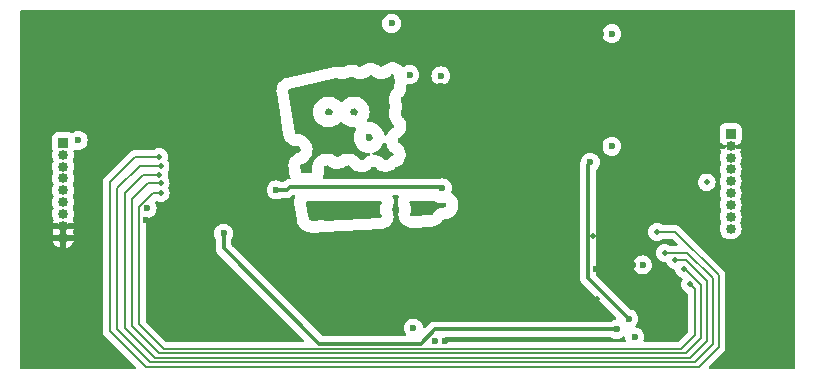
<source format=gbr>
%TF.GenerationSoftware,KiCad,Pcbnew,8.0.3*%
%TF.CreationDate,2024-07-25T00:21:40-07:00*%
%TF.ProjectId,radio_module,72616469-6f5f-46d6-9f64-756c652e6b69,rev?*%
%TF.SameCoordinates,Original*%
%TF.FileFunction,Copper,L4,Bot*%
%TF.FilePolarity,Positive*%
%FSLAX46Y46*%
G04 Gerber Fmt 4.6, Leading zero omitted, Abs format (unit mm)*
G04 Created by KiCad (PCBNEW 8.0.3) date 2024-07-25 00:21:40*
%MOMM*%
%LPD*%
G01*
G04 APERTURE LIST*
%TA.AperFunction,ComponentPad*%
%ADD10R,0.850000X0.850000*%
%TD*%
%TA.AperFunction,ComponentPad*%
%ADD11O,0.850000X0.850000*%
%TD*%
%TA.AperFunction,ViaPad*%
%ADD12C,0.500000*%
%TD*%
%TA.AperFunction,ViaPad*%
%ADD13C,0.600000*%
%TD*%
%TA.AperFunction,Conductor*%
%ADD14C,0.335300*%
%TD*%
%TA.AperFunction,Conductor*%
%ADD15C,0.152400*%
%TD*%
G04 APERTURE END LIST*
D10*
%TO.P,J4,1,Pin_1*%
%TO.N,+3V3*%
X99822000Y-97505000D03*
D11*
%TO.P,J4,2,Pin_2*%
%TO.N,/NRESET*%
X99822000Y-98505000D03*
%TO.P,J4,3,Pin_3*%
%TO.N,/DIO5*%
X99822000Y-99505000D03*
%TO.P,J4,4,Pin_4*%
%TO.N,/SCK*%
X99822000Y-100505000D03*
%TO.P,J4,5,Pin_5*%
%TO.N,/MISO*%
X99822000Y-101505000D03*
%TO.P,J4,6,Pin_6*%
%TO.N,/MOSI*%
X99822000Y-102505000D03*
%TO.P,J4,7,Pin_7*%
%TO.N,/NSS*%
X99822000Y-103505000D03*
%TO.P,J4,8,Pin_8*%
%TO.N,GND*%
X99822000Y-104505000D03*
%TO.P,J4,9,Pin_9*%
X99822000Y-105505000D03*
%TD*%
D10*
%TO.P,J3,1,Pin_1*%
%TO.N,/ANT1*%
X156337000Y-96743000D03*
D11*
%TO.P,J3,2,Pin_2*%
%TO.N,GND*%
X156337000Y-97743000D03*
%TO.P,J3,3,Pin_3*%
%TO.N,/DIO0*%
X156337000Y-98743000D03*
%TO.P,J3,4,Pin_4*%
%TO.N,/DIO1*%
X156337000Y-99743000D03*
%TO.P,J3,5,Pin_5*%
%TO.N,+5V*%
X156337000Y-100743000D03*
%TO.P,J3,6,Pin_6*%
%TO.N,/DIO2*%
X156337000Y-101743000D03*
%TO.P,J3,7,Pin_7*%
%TO.N,/DIO3*%
X156337000Y-102743000D03*
%TO.P,J3,8,Pin_8*%
%TO.N,/DIO4*%
X156337000Y-103743000D03*
%TO.P,J3,9,Pin_9*%
%TO.N,/ANT2*%
X156337000Y-104743000D03*
%TD*%
D12*
%TO.N,GND*%
X139954000Y-110744000D03*
D13*
X137668000Y-99822000D03*
D12*
X132334000Y-105410000D03*
D13*
X129159000Y-92735400D03*
X144927000Y-108204000D03*
D12*
X133223000Y-107315000D03*
X146050000Y-107315000D03*
X121666000Y-109347000D03*
D13*
X116459000Y-103985000D03*
D12*
X127000000Y-111252000D03*
X122428000Y-107188000D03*
X117475000Y-105283000D03*
X121666000Y-105283000D03*
D13*
X121957000Y-112025999D03*
D12*
X126619000Y-89027000D03*
X138684000Y-89154000D03*
X120142000Y-109347000D03*
X147447000Y-105410000D03*
X125857000Y-109347000D03*
X136271000Y-109347000D03*
X122936000Y-105283000D03*
D13*
X140716000Y-99822000D03*
D12*
X139319000Y-105410000D03*
D13*
X119634000Y-98044000D03*
D12*
X138557000Y-110744000D03*
X141478000Y-112014000D03*
X142367000Y-90932000D03*
D13*
X145265051Y-97775001D03*
D12*
X128270000Y-109347000D03*
D13*
X136525000Y-103096000D03*
X101727000Y-105283000D03*
X124038880Y-105274120D03*
X132171800Y-104255000D03*
D12*
X139192000Y-99060000D03*
D13*
X131802001Y-92697300D03*
X106807000Y-103985000D03*
D12*
X136652000Y-105410000D03*
D13*
X112979200Y-94672000D03*
X128701800Y-94996000D03*
D12*
X127127000Y-109347000D03*
X137160000Y-90932000D03*
X136525000Y-97282000D03*
X138557000Y-90932000D03*
D13*
X114014200Y-94672000D03*
D12*
X136271000Y-107315000D03*
D13*
X117475000Y-100457000D03*
D12*
X128397000Y-97282000D03*
X138303000Y-107315000D03*
X142494000Y-89154000D03*
D13*
X117602000Y-104112000D03*
X127980800Y-103112000D03*
X135509000Y-103096000D03*
D12*
X134366000Y-89154000D03*
X140462000Y-105410000D03*
X134747000Y-109347000D03*
X123063000Y-109347000D03*
D13*
X131663800Y-107938000D03*
X123444000Y-90805000D03*
X120799800Y-108108000D03*
D12*
X141351000Y-89154000D03*
X119507000Y-90805000D03*
X134747000Y-111379000D03*
X124460000Y-109347000D03*
X141097000Y-97155000D03*
X140081000Y-89154000D03*
X135890000Y-89154000D03*
X145034000Y-110744000D03*
D13*
X144630051Y-92949001D03*
D12*
X135763000Y-90932000D03*
X107823000Y-91948000D03*
X110490000Y-91567000D03*
X142621000Y-110744000D03*
X143891000Y-112014000D03*
D13*
X132175000Y-114236998D03*
D12*
X135255000Y-105410000D03*
X140081000Y-112014000D03*
X146050000Y-105410000D03*
X120523000Y-111252000D03*
X137287000Y-89154000D03*
X143129000Y-107315000D03*
X143129000Y-105410000D03*
X136144000Y-99187000D03*
X141732000Y-107315000D03*
D13*
X122301000Y-94869000D03*
X128143000Y-99822000D03*
X139791800Y-108065000D03*
D12*
X128270000Y-111252000D03*
D13*
X117398800Y-97409000D03*
D12*
X135382000Y-97282000D03*
X145161000Y-112014000D03*
X132588000Y-89154000D03*
D13*
X129286000Y-99822000D03*
X112522000Y-93091000D03*
D12*
X143764000Y-89154000D03*
X122936000Y-89027000D03*
X144653000Y-105410000D03*
X123190000Y-111252000D03*
X113284000Y-93726000D03*
X113284000Y-92710000D03*
X134366000Y-90932000D03*
D13*
X118491000Y-88142000D03*
D12*
X124587000Y-111252000D03*
X124968000Y-89027000D03*
X133858000Y-105410000D03*
X143764000Y-110744000D03*
D13*
X127218800Y-107938000D03*
X123825000Y-108013500D03*
D12*
X142748000Y-112014000D03*
X119253000Y-105283000D03*
X126746000Y-90805000D03*
D13*
X132937000Y-112204998D03*
D12*
X142240000Y-99060000D03*
X121031000Y-90805000D03*
X141351000Y-110744000D03*
D13*
X126111000Y-99822000D03*
D12*
X138684000Y-112014000D03*
D13*
X125821800Y-108065000D03*
X125730000Y-97028000D03*
X130429000Y-88138000D03*
D12*
X136271000Y-111379000D03*
X111887000Y-91567000D03*
D13*
X134747000Y-108077000D03*
D12*
X129921000Y-97282000D03*
X113157000Y-91694000D03*
X141224000Y-90932000D03*
D13*
X115030200Y-94672000D03*
D12*
X109093000Y-91567000D03*
X125857000Y-111252000D03*
D13*
X149653400Y-106407200D03*
X128701800Y-93853000D03*
D12*
X132588000Y-90932000D03*
X132715000Y-97282000D03*
D13*
X145392051Y-88250001D03*
D12*
X143637000Y-90932000D03*
X119507000Y-89027000D03*
X120523000Y-105283000D03*
X129540000Y-109347000D03*
D13*
X117751800Y-108108000D03*
X122174000Y-99695000D03*
X148082000Y-107823000D03*
X134620000Y-99822000D03*
D12*
X131953000Y-99060000D03*
X107823000Y-96393000D03*
X137795000Y-97282000D03*
D13*
X123952000Y-99695000D03*
X124460000Y-94869000D03*
D12*
X139954000Y-90932000D03*
X121031000Y-89027000D03*
X107823000Y-93218000D03*
D13*
X130429000Y-99822000D03*
D12*
X134112000Y-97282000D03*
X107823000Y-94488000D03*
X131318000Y-97282000D03*
X141732000Y-105410000D03*
X119380000Y-107188000D03*
X124968000Y-90805000D03*
D13*
X110871000Y-96393000D03*
%TO.N,+3V3*%
X129159000Y-91722000D03*
X146281051Y-97775001D03*
X129477000Y-113168499D03*
X101092000Y-97282000D03*
X106934000Y-103025000D03*
X131802001Y-91808300D03*
X148209000Y-113919000D03*
X148882003Y-107823000D03*
X127635000Y-87380000D03*
X146281051Y-88250001D03*
X131286000Y-114236998D03*
%TO.N,VR_PA*%
X131937000Y-101302000D03*
X117856000Y-101473000D03*
D12*
%TO.N,+5V*%
X154305000Y-100838000D03*
D13*
%TO.N,RF_CONTROL*%
X113411000Y-105156000D03*
X146685000Y-113284000D03*
%TO.N,RF_CONTROL_SW*%
X147701000Y-112395000D03*
X144462500Y-99123500D03*
D12*
%TO.N,/DIO0_sx*%
X107950000Y-98679000D03*
X150114000Y-105029000D03*
%TO.N,/DIO1_sx*%
X108069216Y-99446845D03*
X150749000Y-106807000D03*
%TO.N,/DIO2_sx*%
X107980251Y-100172749D03*
X151638000Y-107442000D03*
%TO.N,/DIO3_sx*%
X108075919Y-100878147D03*
X152400000Y-108204000D03*
%TO.N,/DIO4_sx*%
X108077000Y-101727000D03*
X152908000Y-109474000D03*
%TD*%
D14*
%TO.N,VR_PA*%
X118745000Y-101473000D02*
X118999000Y-101219000D01*
X131854000Y-101219000D02*
X131937000Y-101302000D01*
X117856000Y-101473000D02*
X118745000Y-101473000D01*
X118999000Y-101219000D02*
X131854000Y-101219000D01*
%TO.N,RF_CONTROL*%
X131294798Y-113284000D02*
X146685000Y-113284000D01*
X121476150Y-114491150D02*
X130087648Y-114491150D01*
X113411000Y-106426000D02*
X121476150Y-114491150D01*
X113411000Y-105156000D02*
X113411000Y-106426000D01*
X130087648Y-114491150D02*
X131294798Y-113284000D01*
%TO.N,RF_CONTROL_SW*%
X144259350Y-99326650D02*
X144259350Y-108953350D01*
X144259350Y-108953350D02*
X147701000Y-112395000D01*
X144462500Y-99123500D02*
X144259350Y-99326650D01*
D15*
%TO.N,/DIO0_sx*%
X103759000Y-113411000D02*
X103759000Y-100838000D01*
X105918000Y-98679000D02*
X107950000Y-98679000D01*
X153660369Y-116459000D02*
X106807000Y-116459000D01*
X150114000Y-105029000D02*
X151638000Y-105029000D01*
X103759000Y-100838000D02*
X105918000Y-98679000D01*
X155321000Y-108712000D02*
X155321000Y-114798369D01*
X155321000Y-114798369D02*
X153660369Y-116459000D01*
X151638000Y-105029000D02*
X155321000Y-108712000D01*
X106807000Y-116459000D02*
X103759000Y-113411000D01*
%TO.N,/DIO1_sx*%
X104394000Y-113284000D02*
X104394000Y-101346000D01*
X154813000Y-108966000D02*
X154813000Y-114554000D01*
X104394000Y-101346000D02*
X106293155Y-99446845D01*
X150749000Y-106807000D02*
X150876000Y-106680000D01*
X150749000Y-106807000D02*
X152654000Y-106807000D01*
X106293155Y-99446845D02*
X108069216Y-99446845D01*
X153289000Y-116078000D02*
X107188000Y-116078000D01*
X152654000Y-106807000D02*
X154813000Y-108966000D01*
X154813000Y-114554000D02*
X153289000Y-116078000D01*
X107188000Y-116078000D02*
X104394000Y-113284000D01*
%TO.N,/DIO2_sx*%
X152527000Y-107442000D02*
X151696800Y-107442000D01*
X107569000Y-115697000D02*
X152908000Y-115697000D01*
X154305000Y-114300000D02*
X154305000Y-109220000D01*
X154305000Y-109220000D02*
X152527000Y-107442000D01*
X152908000Y-115697000D02*
X154305000Y-114300000D01*
X105029000Y-113157000D02*
X107569000Y-115697000D01*
X106583251Y-100172749D02*
X105029000Y-101727000D01*
X105029000Y-101727000D02*
X105029000Y-113157000D01*
X107980251Y-100172749D02*
X106583251Y-100172749D01*
%TO.N,/DIO3_sx*%
X105664000Y-113030000D02*
X107950000Y-115316000D01*
X153797000Y-114046000D02*
X153797000Y-109524200D01*
X108075919Y-100878147D02*
X107020853Y-100878147D01*
X152527000Y-115316000D02*
X153797000Y-114046000D01*
X153797000Y-109524200D02*
X152476800Y-108204000D01*
X107950000Y-115316000D02*
X152527000Y-115316000D01*
X105664000Y-102235000D02*
X105664000Y-113030000D01*
X107020853Y-100878147D02*
X105664000Y-102235000D01*
%TO.N,/DIO4_sx*%
X153289000Y-113792000D02*
X153289000Y-109855000D01*
X152146000Y-114935000D02*
X153289000Y-113792000D01*
X108331000Y-114935000D02*
X152146000Y-114935000D01*
X108077000Y-101727000D02*
X107417130Y-101727000D01*
X107417130Y-101727000D02*
X106230800Y-102913330D01*
X153289000Y-109855000D02*
X152908000Y-109474000D01*
X106230800Y-102913330D02*
X106230800Y-112834800D01*
X106230800Y-112834800D02*
X108331000Y-114935000D01*
%TD*%
%TA.AperFunction,Conductor*%
%TO.N,GND*%
G36*
X125626447Y-96724906D02*
G01*
X125650439Y-96725244D01*
X125659489Y-96725703D01*
X125770619Y-96735425D01*
X125791898Y-96739177D01*
X125820799Y-96746920D01*
X125841106Y-96754311D01*
X125868232Y-96766961D01*
X125886946Y-96777766D01*
X125911465Y-96794934D01*
X125928024Y-96808829D01*
X125949170Y-96829975D01*
X125963064Y-96846533D01*
X125980230Y-96871049D01*
X125991038Y-96889770D01*
X126003683Y-96916889D01*
X126011075Y-96937197D01*
X126031056Y-97011766D01*
X126029393Y-97081616D01*
X126023663Y-97096265D01*
X125991037Y-97166231D01*
X125980230Y-97184950D01*
X125963065Y-97209464D01*
X125949171Y-97226021D01*
X125928020Y-97247172D01*
X125911462Y-97261066D01*
X125891955Y-97274726D01*
X125886946Y-97278233D01*
X125868226Y-97289040D01*
X125837793Y-97303231D01*
X125820542Y-97309762D01*
X125793522Y-97317749D01*
X125793103Y-97317903D01*
X125792922Y-97317926D01*
X125789773Y-97318858D01*
X125789626Y-97318363D01*
X125739704Y-97324975D01*
X125689384Y-97320572D01*
X125668099Y-97316819D01*
X125639195Y-97309074D01*
X125618887Y-97301683D01*
X125591770Y-97289039D01*
X125573049Y-97278230D01*
X125548533Y-97261064D01*
X125531975Y-97247170D01*
X125510829Y-97226024D01*
X125496934Y-97209465D01*
X125479766Y-97184946D01*
X125468961Y-97166231D01*
X125461455Y-97150135D01*
X125456311Y-97139106D01*
X125448919Y-97118794D01*
X125448235Y-97116242D01*
X125441177Y-97089897D01*
X125437425Y-97068617D01*
X125436506Y-97058113D01*
X125434817Y-97038800D01*
X125434817Y-97017193D01*
X125437426Y-96987373D01*
X125441174Y-96966110D01*
X125448924Y-96937185D01*
X125456312Y-96916891D01*
X125468960Y-96889770D01*
X125510722Y-96800213D01*
X125510721Y-96800212D01*
X125512458Y-96796490D01*
X125558631Y-96744051D01*
X125625824Y-96724900D01*
X125626447Y-96724906D01*
G37*
%TD.AperFunction*%
%TA.AperFunction,Conductor*%
G36*
X124500621Y-94576425D02*
G01*
X124521898Y-94580177D01*
X124550799Y-94587920D01*
X124571106Y-94595311D01*
X124598232Y-94607961D01*
X124616946Y-94618766D01*
X124641465Y-94635934D01*
X124658024Y-94649829D01*
X124679169Y-94670974D01*
X124693062Y-94687531D01*
X124710230Y-94712049D01*
X124721035Y-94730762D01*
X124733684Y-94757887D01*
X124741075Y-94778195D01*
X124748819Y-94807094D01*
X124752573Y-94828382D01*
X124755181Y-94858190D01*
X124755181Y-94879806D01*
X124752573Y-94909615D01*
X124748819Y-94930902D01*
X124741074Y-94959805D01*
X124733682Y-94980114D01*
X124677543Y-95100505D01*
X124631371Y-95152945D01*
X124564177Y-95172097D01*
X124563415Y-95172089D01*
X124539550Y-95171753D01*
X124530489Y-95171293D01*
X124419385Y-95161573D01*
X124398099Y-95157820D01*
X124369197Y-95150076D01*
X124348885Y-95142683D01*
X124321768Y-95130038D01*
X124303055Y-95119234D01*
X124278527Y-95102059D01*
X124261980Y-95088175D01*
X124179177Y-95005372D01*
X124179173Y-95005368D01*
X124179092Y-95005287D01*
X124170959Y-94997249D01*
X124170952Y-94997242D01*
X124170948Y-94997239D01*
X124170944Y-94997235D01*
X124131305Y-94965666D01*
X124091127Y-94908503D01*
X124088233Y-94838694D01*
X124123539Y-94778401D01*
X124130195Y-94772567D01*
X124136137Y-94767722D01*
X124179179Y-94732626D01*
X124261988Y-94649814D01*
X124278526Y-94635937D01*
X124303056Y-94618762D01*
X124321753Y-94607966D01*
X124348901Y-94595307D01*
X124369195Y-94587921D01*
X124398101Y-94580176D01*
X124419373Y-94576426D01*
X124449197Y-94573817D01*
X124470801Y-94573817D01*
X124500621Y-94576425D01*
G37*
%TD.AperFunction*%
%TA.AperFunction,Conductor*%
G36*
X122341621Y-94576425D02*
G01*
X122362898Y-94580177D01*
X122391799Y-94587920D01*
X122412106Y-94595311D01*
X122439232Y-94607961D01*
X122457946Y-94618766D01*
X122482464Y-94635933D01*
X122499017Y-94649822D01*
X122543658Y-94694463D01*
X122581907Y-94732712D01*
X122589332Y-94740051D01*
X122590048Y-94740758D01*
X122590051Y-94740761D01*
X122590055Y-94740764D01*
X122629694Y-94772333D01*
X122669871Y-94829495D01*
X122672766Y-94899305D01*
X122637460Y-94959598D01*
X122630805Y-94965432D01*
X122581825Y-95005369D01*
X122499024Y-95088170D01*
X122482467Y-95102063D01*
X122457950Y-95119230D01*
X122439230Y-95130038D01*
X122412112Y-95142683D01*
X122391801Y-95150075D01*
X122362899Y-95157819D01*
X122341614Y-95161572D01*
X122311807Y-95164180D01*
X122290190Y-95164180D01*
X122260384Y-95161572D01*
X122239101Y-95157819D01*
X122210195Y-95150074D01*
X122189884Y-95142682D01*
X122162770Y-95130039D01*
X122144055Y-95119234D01*
X122119527Y-95102059D01*
X122102975Y-95088170D01*
X122081829Y-95067024D01*
X122067934Y-95050465D01*
X122050766Y-95025946D01*
X122039961Y-95007231D01*
X122029683Y-94985191D01*
X122027311Y-94980106D01*
X122019919Y-94959794D01*
X122019866Y-94959598D01*
X122012177Y-94930897D01*
X122008425Y-94909617D01*
X122006617Y-94888952D01*
X122005817Y-94879800D01*
X122005817Y-94858193D01*
X122008426Y-94828373D01*
X122012176Y-94807101D01*
X122019921Y-94778195D01*
X122027310Y-94757895D01*
X122039961Y-94730764D01*
X122050766Y-94712051D01*
X122052957Y-94708921D01*
X122067936Y-94687529D01*
X122081823Y-94670979D01*
X122102979Y-94649823D01*
X122119529Y-94635936D01*
X122140921Y-94620957D01*
X122144051Y-94618766D01*
X122162766Y-94607961D01*
X122189895Y-94595310D01*
X122210195Y-94587921D01*
X122239101Y-94580176D01*
X122260373Y-94576426D01*
X122290197Y-94573817D01*
X122311801Y-94573817D01*
X122341621Y-94576425D01*
G37*
%TD.AperFunction*%
%TA.AperFunction,Conductor*%
G36*
X161741944Y-86220185D02*
G01*
X161787699Y-86272989D01*
X161798904Y-86323985D01*
X161799499Y-86467259D01*
X161799500Y-86467774D01*
X161799500Y-116515500D01*
X161779815Y-116582539D01*
X161727011Y-116628294D01*
X161675500Y-116639500D01*
X154594808Y-116639500D01*
X154527769Y-116619815D01*
X154482014Y-116567011D01*
X154472070Y-116497853D01*
X154501095Y-116434297D01*
X154507127Y-116427819D01*
X155782475Y-115152471D01*
X155858399Y-115020967D01*
X155897700Y-114874293D01*
X155897700Y-114722445D01*
X155897700Y-108636076D01*
X155858399Y-108489402D01*
X155837275Y-108452815D01*
X155782477Y-108357901D01*
X155782472Y-108357895D01*
X151992104Y-104567527D01*
X151992098Y-104567522D01*
X151860600Y-104491602D01*
X151860599Y-104491601D01*
X151860598Y-104491601D01*
X151713924Y-104452300D01*
X151713923Y-104452300D01*
X150642540Y-104452300D01*
X150576568Y-104433294D01*
X150572121Y-104430500D01*
X150487775Y-104377501D01*
X150441692Y-104348545D01*
X150441691Y-104348544D01*
X150441690Y-104348544D01*
X150403370Y-104335135D01*
X150282056Y-104292685D01*
X150114003Y-104273751D01*
X150113997Y-104273751D01*
X149945943Y-104292685D01*
X149786305Y-104348545D01*
X149786302Y-104348547D01*
X149643115Y-104438518D01*
X149643109Y-104438523D01*
X149523523Y-104558109D01*
X149523518Y-104558115D01*
X149433547Y-104701302D01*
X149433545Y-104701305D01*
X149377685Y-104860943D01*
X149358751Y-105028997D01*
X149358751Y-105029002D01*
X149377685Y-105197056D01*
X149433545Y-105356694D01*
X149433547Y-105356697D01*
X149523518Y-105499884D01*
X149523523Y-105499890D01*
X149643109Y-105619476D01*
X149643115Y-105619481D01*
X149786302Y-105709452D01*
X149786305Y-105709454D01*
X149786309Y-105709455D01*
X149786310Y-105709456D01*
X149858913Y-105734860D01*
X149945943Y-105765314D01*
X150113997Y-105784249D01*
X150114000Y-105784249D01*
X150114003Y-105784249D01*
X150282056Y-105765314D01*
X150282059Y-105765313D01*
X150441690Y-105709456D01*
X150576568Y-105624705D01*
X150642540Y-105605700D01*
X151347761Y-105605700D01*
X151414800Y-105625385D01*
X151435442Y-105642019D01*
X151812042Y-106018619D01*
X151845527Y-106079942D01*
X151840543Y-106149634D01*
X151798671Y-106205567D01*
X151733207Y-106229984D01*
X151724361Y-106230300D01*
X151283722Y-106230300D01*
X151221723Y-106213687D01*
X151145534Y-106169699D01*
X151141572Y-106167312D01*
X151076692Y-106126545D01*
X151076691Y-106126544D01*
X151076690Y-106126544D01*
X151038370Y-106113135D01*
X150917056Y-106070685D01*
X150749003Y-106051751D01*
X150748997Y-106051751D01*
X150580943Y-106070685D01*
X150421305Y-106126545D01*
X150421302Y-106126547D01*
X150278115Y-106216518D01*
X150278109Y-106216523D01*
X150158523Y-106336109D01*
X150158518Y-106336115D01*
X150068547Y-106479302D01*
X150068545Y-106479305D01*
X150012685Y-106638943D01*
X149993751Y-106806997D01*
X149993751Y-106807002D01*
X150012685Y-106975056D01*
X150068545Y-107134694D01*
X150068547Y-107134697D01*
X150158518Y-107277884D01*
X150158523Y-107277890D01*
X150278109Y-107397476D01*
X150278115Y-107397481D01*
X150421302Y-107487452D01*
X150421305Y-107487454D01*
X150421309Y-107487455D01*
X150421310Y-107487456D01*
X150493913Y-107512860D01*
X150580943Y-107543314D01*
X150748997Y-107562249D01*
X150749000Y-107562249D01*
X150749001Y-107562249D01*
X150760258Y-107560980D01*
X150781534Y-107558583D01*
X150850356Y-107570637D01*
X150901736Y-107617985D01*
X150912461Y-107640849D01*
X150957544Y-107769691D01*
X150957547Y-107769697D01*
X151047518Y-107912884D01*
X151047523Y-107912890D01*
X151167109Y-108032476D01*
X151167115Y-108032481D01*
X151310302Y-108122452D01*
X151310305Y-108122454D01*
X151310309Y-108122455D01*
X151310310Y-108122456D01*
X151453391Y-108172522D01*
X151469944Y-108178314D01*
X151545801Y-108186861D01*
X151610215Y-108213927D01*
X151649771Y-108271522D01*
X151655138Y-108296196D01*
X151663686Y-108372056D01*
X151719545Y-108531694D01*
X151719547Y-108531697D01*
X151809518Y-108674884D01*
X151809523Y-108674890D01*
X151929109Y-108794476D01*
X151929115Y-108794481D01*
X152072302Y-108884452D01*
X152072307Y-108884455D01*
X152072310Y-108884456D01*
X152187678Y-108924824D01*
X152244453Y-108965546D01*
X152270201Y-109030498D01*
X152256745Y-109099060D01*
X152251717Y-109107838D01*
X152227545Y-109146307D01*
X152171685Y-109305943D01*
X152152751Y-109473997D01*
X152152751Y-109474002D01*
X152171685Y-109642056D01*
X152227545Y-109801694D01*
X152227547Y-109801697D01*
X152317518Y-109944884D01*
X152317523Y-109944890D01*
X152437109Y-110064476D01*
X152437115Y-110064481D01*
X152580302Y-110154452D01*
X152580308Y-110154455D01*
X152580310Y-110154456D01*
X152629254Y-110171582D01*
X152686030Y-110212304D01*
X152711778Y-110277256D01*
X152712300Y-110288624D01*
X152712300Y-113501761D01*
X152692615Y-113568800D01*
X152675981Y-113589442D01*
X151943442Y-114321981D01*
X151882119Y-114355466D01*
X151855761Y-114358300D01*
X149078136Y-114358300D01*
X149011097Y-114338615D01*
X148965342Y-114285811D01*
X148955398Y-114216653D01*
X148961095Y-114193345D01*
X148994366Y-114098262D01*
X148994369Y-114098249D01*
X149014565Y-113919003D01*
X149014565Y-113918996D01*
X148994369Y-113739750D01*
X148994368Y-113739745D01*
X148970229Y-113670761D01*
X148934789Y-113569478D01*
X148924512Y-113553123D01*
X148882916Y-113486923D01*
X148838816Y-113416738D01*
X148711262Y-113289184D01*
X148703012Y-113284000D01*
X148558523Y-113193211D01*
X148388253Y-113133631D01*
X148380061Y-113132708D01*
X148315648Y-113105637D01*
X148276096Y-113048040D01*
X148273962Y-112978203D01*
X148306268Y-112921809D01*
X148330816Y-112897262D01*
X148426789Y-112744522D01*
X148486368Y-112574255D01*
X148494889Y-112498630D01*
X148506565Y-112395003D01*
X148506565Y-112394996D01*
X148486369Y-112215750D01*
X148486368Y-112215745D01*
X148426788Y-112045476D01*
X148330815Y-111892737D01*
X148203262Y-111765184D01*
X148050521Y-111669210D01*
X147959609Y-111637399D01*
X147880255Y-111609632D01*
X147880252Y-111609631D01*
X147876641Y-111608368D01*
X147829914Y-111579007D01*
X144963819Y-108712912D01*
X144930334Y-108651589D01*
X144927500Y-108625231D01*
X144927500Y-107822996D01*
X148076438Y-107822996D01*
X148076438Y-107823003D01*
X148096633Y-108002249D01*
X148096634Y-108002254D01*
X148156214Y-108172523D01*
X148252187Y-108325262D01*
X148379741Y-108452816D01*
X148532481Y-108548789D01*
X148702748Y-108608368D01*
X148702753Y-108608369D01*
X148881999Y-108628565D01*
X148882003Y-108628565D01*
X148882007Y-108628565D01*
X149061252Y-108608369D01*
X149061255Y-108608368D01*
X149061258Y-108608368D01*
X149231525Y-108548789D01*
X149384265Y-108452816D01*
X149511819Y-108325262D01*
X149607792Y-108172522D01*
X149667371Y-108002255D01*
X149687568Y-107823000D01*
X149681562Y-107769697D01*
X149667372Y-107643750D01*
X149667371Y-107643745D01*
X149638854Y-107562249D01*
X149607792Y-107473478D01*
X149511819Y-107320738D01*
X149384265Y-107193184D01*
X149291179Y-107134694D01*
X149231526Y-107097211D01*
X149061257Y-107037631D01*
X149061252Y-107037630D01*
X148882007Y-107017435D01*
X148881999Y-107017435D01*
X148702753Y-107037630D01*
X148702748Y-107037631D01*
X148532479Y-107097211D01*
X148379740Y-107193184D01*
X148252187Y-107320737D01*
X148156214Y-107473476D01*
X148096634Y-107643745D01*
X148096633Y-107643750D01*
X148076438Y-107822996D01*
X144927500Y-107822996D01*
X144927500Y-100837997D01*
X153549751Y-100837997D01*
X153549751Y-100838002D01*
X153568685Y-101006056D01*
X153624545Y-101165694D01*
X153624547Y-101165697D01*
X153714518Y-101308884D01*
X153714523Y-101308890D01*
X153834109Y-101428476D01*
X153834115Y-101428481D01*
X153977302Y-101518452D01*
X153977305Y-101518454D01*
X153977309Y-101518455D01*
X153977310Y-101518456D01*
X154049913Y-101543860D01*
X154136943Y-101574314D01*
X154304997Y-101593249D01*
X154305000Y-101593249D01*
X154305003Y-101593249D01*
X154473056Y-101574314D01*
X154473059Y-101574313D01*
X154632690Y-101518456D01*
X154632692Y-101518454D01*
X154632694Y-101518454D01*
X154632697Y-101518452D01*
X154775884Y-101428481D01*
X154775885Y-101428480D01*
X154775890Y-101428477D01*
X154895477Y-101308890D01*
X154897921Y-101305000D01*
X154985452Y-101165697D01*
X154985454Y-101165694D01*
X154985454Y-101165692D01*
X154985456Y-101165690D01*
X155041313Y-101006059D01*
X155041313Y-101006058D01*
X155041314Y-101006056D01*
X155060249Y-100838002D01*
X155060249Y-100837997D01*
X155041314Y-100669943D01*
X154999504Y-100550457D01*
X154985456Y-100510310D01*
X154985455Y-100510309D01*
X154985454Y-100510305D01*
X154985452Y-100510302D01*
X154895481Y-100367115D01*
X154895476Y-100367109D01*
X154775890Y-100247523D01*
X154775884Y-100247518D01*
X154632697Y-100157547D01*
X154632694Y-100157545D01*
X154473056Y-100101685D01*
X154305003Y-100082751D01*
X154304997Y-100082751D01*
X154136943Y-100101685D01*
X153977305Y-100157545D01*
X153977302Y-100157547D01*
X153834115Y-100247518D01*
X153834109Y-100247523D01*
X153714523Y-100367109D01*
X153714518Y-100367115D01*
X153624547Y-100510302D01*
X153624545Y-100510305D01*
X153568685Y-100669943D01*
X153549751Y-100837997D01*
X144927500Y-100837997D01*
X144927500Y-99841940D01*
X144947185Y-99774901D01*
X144963819Y-99754259D01*
X145023079Y-99694999D01*
X145092316Y-99625762D01*
X145188289Y-99473022D01*
X145247868Y-99302755D01*
X145247869Y-99302749D01*
X145268065Y-99123503D01*
X145268065Y-99123496D01*
X145247869Y-98944250D01*
X145247868Y-98944245D01*
X145188288Y-98773976D01*
X145168824Y-98743000D01*
X155406402Y-98743000D01*
X155426738Y-98936483D01*
X155486856Y-99121510D01*
X155486857Y-99121511D01*
X155521203Y-99181000D01*
X155537676Y-99248900D01*
X155521203Y-99305000D01*
X155486857Y-99364488D01*
X155486856Y-99364489D01*
X155426738Y-99549516D01*
X155406402Y-99743000D01*
X155426738Y-99936483D01*
X155486856Y-100121510D01*
X155486857Y-100121511D01*
X155521203Y-100181000D01*
X155537676Y-100248900D01*
X155521203Y-100305000D01*
X155486857Y-100364488D01*
X155486856Y-100364489D01*
X155426738Y-100549516D01*
X155406402Y-100743000D01*
X155426738Y-100936483D01*
X155486856Y-101121510D01*
X155486857Y-101121511D01*
X155521203Y-101181000D01*
X155537676Y-101248900D01*
X155521203Y-101305000D01*
X155486857Y-101364488D01*
X155486856Y-101364489D01*
X155426738Y-101549516D01*
X155406402Y-101743000D01*
X155426738Y-101936483D01*
X155486856Y-102121510D01*
X155486857Y-102121511D01*
X155521203Y-102181000D01*
X155537676Y-102248900D01*
X155521203Y-102305000D01*
X155486857Y-102364488D01*
X155486856Y-102364489D01*
X155426738Y-102549516D01*
X155406402Y-102743000D01*
X155426738Y-102936483D01*
X155486856Y-103121510D01*
X155486857Y-103121511D01*
X155521203Y-103181000D01*
X155537676Y-103248900D01*
X155521203Y-103305000D01*
X155486857Y-103364488D01*
X155486856Y-103364489D01*
X155426738Y-103549516D01*
X155406402Y-103743000D01*
X155426738Y-103936483D01*
X155486856Y-104121510D01*
X155486857Y-104121511D01*
X155521203Y-104181000D01*
X155537676Y-104248900D01*
X155521203Y-104305000D01*
X155486857Y-104364488D01*
X155486856Y-104364489D01*
X155426738Y-104549516D01*
X155406402Y-104743000D01*
X155426738Y-104936483D01*
X155486856Y-105121510D01*
X155486857Y-105121511D01*
X155530475Y-105197059D01*
X155584130Y-105289992D01*
X155624880Y-105335249D01*
X155714302Y-105434564D01*
X155714305Y-105434566D01*
X155714308Y-105434569D01*
X155811965Y-105505521D01*
X155871702Y-105548923D01*
X155939926Y-105579297D01*
X156049429Y-105628051D01*
X156239726Y-105668500D01*
X156434274Y-105668500D01*
X156624571Y-105628051D01*
X156802299Y-105548922D01*
X156959692Y-105434569D01*
X157089870Y-105289992D01*
X157187144Y-105121508D01*
X157247262Y-104936482D01*
X157267598Y-104743000D01*
X157247262Y-104549518D01*
X157187144Y-104364492D01*
X157152795Y-104304999D01*
X157136322Y-104237101D01*
X157152796Y-104181000D01*
X157187144Y-104121508D01*
X157247262Y-103936482D01*
X157267598Y-103743000D01*
X157247262Y-103549518D01*
X157187144Y-103364492D01*
X157152795Y-103304999D01*
X157136322Y-103237101D01*
X157152796Y-103181000D01*
X157187144Y-103121508D01*
X157247262Y-102936482D01*
X157267598Y-102743000D01*
X157247262Y-102549518D01*
X157187144Y-102364492D01*
X157152795Y-102304999D01*
X157136322Y-102237101D01*
X157152796Y-102181000D01*
X157187144Y-102121508D01*
X157247262Y-101936482D01*
X157267598Y-101743000D01*
X157247262Y-101549518D01*
X157187144Y-101364492D01*
X157152795Y-101304999D01*
X157136322Y-101237101D01*
X157152796Y-101181000D01*
X157187144Y-101121508D01*
X157247262Y-100936482D01*
X157267598Y-100743000D01*
X157247262Y-100549518D01*
X157187144Y-100364492D01*
X157152795Y-100304999D01*
X157136322Y-100237101D01*
X157152796Y-100181000D01*
X157187144Y-100121508D01*
X157247262Y-99936482D01*
X157267598Y-99743000D01*
X157247262Y-99549518D01*
X157187144Y-99364492D01*
X157152795Y-99304999D01*
X157136322Y-99237101D01*
X157152796Y-99181000D01*
X157187144Y-99121508D01*
X157247262Y-98936482D01*
X157267598Y-98743000D01*
X157247262Y-98549518D01*
X157187144Y-98364492D01*
X157152506Y-98304498D01*
X157136034Y-98236598D01*
X157152508Y-98180498D01*
X157186680Y-98121310D01*
X157186684Y-98121301D01*
X157228372Y-97993000D01*
X156919559Y-97993000D01*
X156852520Y-97973315D01*
X156846673Y-97969318D01*
X156802295Y-97937075D01*
X156732000Y-97905779D01*
X156678762Y-97860530D01*
X156658440Y-97793681D01*
X156677484Y-97726457D01*
X156729850Y-97680201D01*
X156782433Y-97668499D01*
X156809872Y-97668499D01*
X156869483Y-97662091D01*
X157004331Y-97611796D01*
X157025771Y-97595746D01*
X157126645Y-97520232D01*
X157128319Y-97522468D01*
X157177096Y-97495834D01*
X157203454Y-97493000D01*
X157228372Y-97493000D01*
X157228371Y-97492999D01*
X157216870Y-97457601D01*
X157214875Y-97387760D01*
X157218619Y-97375950D01*
X157222288Y-97366113D01*
X157256091Y-97275483D01*
X157262500Y-97215873D01*
X157262499Y-96270128D01*
X157256091Y-96210517D01*
X157244525Y-96179508D01*
X157205797Y-96075671D01*
X157205793Y-96075664D01*
X157119547Y-95960455D01*
X157119544Y-95960452D01*
X157004335Y-95874206D01*
X157004328Y-95874202D01*
X156869482Y-95823908D01*
X156869483Y-95823908D01*
X156809883Y-95817501D01*
X156809881Y-95817500D01*
X156809873Y-95817500D01*
X156809864Y-95817500D01*
X155864129Y-95817500D01*
X155864123Y-95817501D01*
X155804516Y-95823908D01*
X155669671Y-95874202D01*
X155669664Y-95874206D01*
X155554455Y-95960452D01*
X155554452Y-95960455D01*
X155468206Y-96075664D01*
X155468202Y-96075671D01*
X155417908Y-96210517D01*
X155411501Y-96270116D01*
X155411501Y-96270123D01*
X155411500Y-96270135D01*
X155411500Y-97215870D01*
X155411501Y-97215876D01*
X155417908Y-97275483D01*
X155455380Y-97375948D01*
X155460364Y-97445639D01*
X155457130Y-97457597D01*
X155445627Y-97492999D01*
X155445628Y-97493000D01*
X155470546Y-97493000D01*
X155537585Y-97512685D01*
X155547202Y-97520435D01*
X155547355Y-97520232D01*
X155669664Y-97611793D01*
X155669671Y-97611797D01*
X155804517Y-97662091D01*
X155804516Y-97662091D01*
X155811444Y-97662835D01*
X155864127Y-97668500D01*
X155891561Y-97668499D01*
X155958598Y-97688181D01*
X156004355Y-97740984D01*
X156014300Y-97810142D01*
X155985278Y-97873699D01*
X155941998Y-97905778D01*
X155871705Y-97937075D01*
X155871704Y-97937075D01*
X155827327Y-97969318D01*
X155761520Y-97992798D01*
X155754441Y-97993000D01*
X155445628Y-97993000D01*
X155487315Y-98121302D01*
X155521492Y-98180498D01*
X155537965Y-98248398D01*
X155521493Y-98304497D01*
X155486856Y-98364490D01*
X155426738Y-98549516D01*
X155406402Y-98743000D01*
X145168824Y-98743000D01*
X145140852Y-98698482D01*
X145092316Y-98621238D01*
X144964762Y-98493684D01*
X144812023Y-98397711D01*
X144641754Y-98338131D01*
X144641749Y-98338130D01*
X144462504Y-98317935D01*
X144462496Y-98317935D01*
X144283250Y-98338130D01*
X144283245Y-98338131D01*
X144112976Y-98397711D01*
X143960237Y-98493684D01*
X143832684Y-98621237D01*
X143736710Y-98773978D01*
X143677130Y-98944250D01*
X143672584Y-98984601D01*
X143663926Y-99018168D01*
X143642061Y-99070957D01*
X143642060Y-99070959D01*
X143616877Y-99131755D01*
X143616874Y-99131765D01*
X143597999Y-99226659D01*
X143591200Y-99260838D01*
X143591200Y-109019161D01*
X143616874Y-109148234D01*
X143616876Y-109148242D01*
X143642059Y-109209038D01*
X143642060Y-109209040D01*
X143667244Y-109269841D01*
X143740363Y-109379270D01*
X143740366Y-109379274D01*
X146641807Y-112280714D01*
X146675292Y-112342037D01*
X146670308Y-112411729D01*
X146628436Y-112467662D01*
X146568011Y-112491615D01*
X146505749Y-112498630D01*
X146505745Y-112498631D01*
X146335477Y-112558211D01*
X146273994Y-112596844D01*
X146208022Y-112615850D01*
X131228986Y-112615850D01*
X131099913Y-112641524D01*
X131099905Y-112641526D01*
X131028016Y-112671304D01*
X130978306Y-112691894D01*
X130899255Y-112744715D01*
X130899254Y-112744717D01*
X130869664Y-112764487D01*
X130868871Y-112765018D01*
X130483150Y-113150739D01*
X130421827Y-113184224D01*
X130352135Y-113179240D01*
X130296202Y-113137368D01*
X130272249Y-113076941D01*
X130262369Y-112989248D01*
X130262368Y-112989244D01*
X130202788Y-112818975D01*
X130122937Y-112691894D01*
X130106816Y-112666237D01*
X129979262Y-112538683D01*
X129826523Y-112442710D01*
X129656254Y-112383130D01*
X129656249Y-112383129D01*
X129477004Y-112362934D01*
X129476996Y-112362934D01*
X129297750Y-112383129D01*
X129297745Y-112383130D01*
X129127476Y-112442710D01*
X128974737Y-112538683D01*
X128847184Y-112666236D01*
X128751211Y-112818975D01*
X128691631Y-112989244D01*
X128691630Y-112989249D01*
X128671435Y-113168495D01*
X128671435Y-113168502D01*
X128691630Y-113347748D01*
X128691631Y-113347753D01*
X128751211Y-113518021D01*
X128823475Y-113633028D01*
X128842475Y-113700264D01*
X128822107Y-113767100D01*
X128768840Y-113812314D01*
X128718481Y-113823000D01*
X121804268Y-113823000D01*
X121737229Y-113803315D01*
X121716587Y-113786681D01*
X114115469Y-106185562D01*
X114081984Y-106124239D01*
X114079150Y-106097881D01*
X114079150Y-105632976D01*
X114098156Y-105567005D01*
X114136789Y-105505522D01*
X114196368Y-105335255D01*
X114196369Y-105335249D01*
X114216565Y-105156003D01*
X114216565Y-105155996D01*
X114196369Y-104976750D01*
X114196368Y-104976745D01*
X114182279Y-104936482D01*
X114136789Y-104806478D01*
X114040816Y-104653738D01*
X113913262Y-104526184D01*
X113878467Y-104504321D01*
X113760523Y-104430211D01*
X113590254Y-104370631D01*
X113590249Y-104370630D01*
X113411004Y-104350435D01*
X113410996Y-104350435D01*
X113231750Y-104370630D01*
X113231745Y-104370631D01*
X113061476Y-104430211D01*
X112908737Y-104526184D01*
X112781184Y-104653737D01*
X112685211Y-104806476D01*
X112625631Y-104976745D01*
X112625630Y-104976750D01*
X112605435Y-105155996D01*
X112605435Y-105156003D01*
X112625630Y-105335249D01*
X112625631Y-105335254D01*
X112685210Y-105505521D01*
X112685211Y-105505522D01*
X112723843Y-105567005D01*
X112742850Y-105632976D01*
X112742850Y-106491811D01*
X112768524Y-106620885D01*
X112768525Y-106620889D01*
X112768526Y-106620892D01*
X112780681Y-106650237D01*
X112780682Y-106650239D01*
X112818889Y-106742481D01*
X112818896Y-106742494D01*
X112891740Y-106851511D01*
X112892014Y-106851921D01*
X120186713Y-114146619D01*
X120220198Y-114207942D01*
X120215214Y-114277634D01*
X120173342Y-114333567D01*
X120107878Y-114357984D01*
X120099032Y-114358300D01*
X108621239Y-114358300D01*
X108554200Y-114338615D01*
X108533558Y-114321981D01*
X106843819Y-112632242D01*
X106810334Y-112570919D01*
X106807500Y-112544561D01*
X106807500Y-103954565D01*
X106827185Y-103887526D01*
X106879989Y-103841771D01*
X106927100Y-103831521D01*
X106927081Y-103831345D01*
X106928810Y-103831150D01*
X106931500Y-103830565D01*
X106934004Y-103830565D01*
X107113249Y-103810369D01*
X107113252Y-103810368D01*
X107113255Y-103810368D01*
X107283522Y-103750789D01*
X107436262Y-103654816D01*
X107563816Y-103527262D01*
X107659789Y-103374522D01*
X107719368Y-103204255D01*
X107719369Y-103204249D01*
X107739565Y-103025003D01*
X107739565Y-103024996D01*
X107719369Y-102845750D01*
X107719368Y-102845745D01*
X107703536Y-102800501D01*
X107659789Y-102675478D01*
X107640924Y-102645455D01*
X107607224Y-102591821D01*
X107588224Y-102524584D01*
X107608592Y-102457749D01*
X107661860Y-102412535D01*
X107731116Y-102403298D01*
X107753173Y-102408808D01*
X107908939Y-102463313D01*
X108076997Y-102482249D01*
X108077000Y-102482249D01*
X108077003Y-102482249D01*
X108245056Y-102463314D01*
X108245059Y-102463313D01*
X108404690Y-102407456D01*
X108404692Y-102407454D01*
X108404694Y-102407454D01*
X108404697Y-102407452D01*
X108547884Y-102317481D01*
X108547885Y-102317480D01*
X108547890Y-102317477D01*
X108667477Y-102197890D01*
X108678090Y-102181000D01*
X108757452Y-102054697D01*
X108757454Y-102054694D01*
X108757454Y-102054692D01*
X108757456Y-102054690D01*
X108813313Y-101895059D01*
X108813313Y-101895058D01*
X108813314Y-101895056D01*
X108832249Y-101727002D01*
X108832249Y-101726997D01*
X108813313Y-101558942D01*
X108810015Y-101549518D01*
X108783239Y-101472996D01*
X117050435Y-101472996D01*
X117050435Y-101473003D01*
X117070630Y-101652249D01*
X117070631Y-101652254D01*
X117130211Y-101822523D01*
X117205912Y-101942999D01*
X117226184Y-101975262D01*
X117353738Y-102102816D01*
X117414745Y-102141149D01*
X117505037Y-102197884D01*
X117506478Y-102198789D01*
X117627653Y-102241190D01*
X117676745Y-102258368D01*
X117676750Y-102258369D01*
X117855996Y-102278565D01*
X117856000Y-102278565D01*
X117856004Y-102278565D01*
X118035249Y-102258369D01*
X118035252Y-102258368D01*
X118035255Y-102258368D01*
X118205522Y-102198789D01*
X118267006Y-102160155D01*
X118332978Y-102141150D01*
X118810808Y-102141150D01*
X118810809Y-102141149D01*
X118939892Y-102115474D01*
X119015769Y-102084044D01*
X119061488Y-102065107D01*
X119170921Y-101991986D01*
X119239439Y-101923467D01*
X119300760Y-101889984D01*
X119327119Y-101887150D01*
X119372346Y-101887150D01*
X119439385Y-101906835D01*
X119485140Y-101959639D01*
X119495084Y-102028797D01*
X119484962Y-102063050D01*
X119451795Y-102135016D01*
X119405574Y-102333157D01*
X119396670Y-102402433D01*
X119389759Y-102482249D01*
X119389479Y-102485484D01*
X119400211Y-102675478D01*
X119400954Y-102688621D01*
X119516185Y-103412932D01*
X119625455Y-104099783D01*
X119625456Y-104099789D01*
X119644095Y-104190056D01*
X119644097Y-104190063D01*
X119649701Y-104212059D01*
X119662599Y-104248900D01*
X119703067Y-104364492D01*
X119707622Y-104377501D01*
X119809657Y-104553508D01*
X119809665Y-104553520D01*
X119850636Y-104610102D01*
X119959159Y-104736454D01*
X119959163Y-104736458D01*
X120117749Y-104863890D01*
X120117750Y-104863890D01*
X120117752Y-104863892D01*
X120298751Y-104956796D01*
X120357232Y-104979672D01*
X120363829Y-104982253D01*
X120412795Y-104999100D01*
X120442694Y-105009387D01*
X120458320Y-105012368D01*
X120467162Y-105014393D01*
X120480734Y-105018029D01*
X120480734Y-105018031D01*
X120602760Y-105050728D01*
X120692086Y-105074663D01*
X120692086Y-105074662D01*
X120732270Y-105085430D01*
X120747071Y-105087964D01*
X120771877Y-105095422D01*
X120771891Y-105095424D01*
X120771899Y-105095427D01*
X120831055Y-105106846D01*
X120831064Y-105106847D01*
X120831082Y-105106851D01*
X120873601Y-105114117D01*
X121065851Y-105123053D01*
X121076830Y-105123564D01*
X121076831Y-105123564D01*
X121076841Y-105123564D01*
X121168138Y-105118547D01*
X121259445Y-105113530D01*
X121405768Y-105094649D01*
X121432717Y-105089137D01*
X121432716Y-105089136D01*
X121476737Y-105080133D01*
X121489029Y-105076485D01*
X121491759Y-105076044D01*
X121495757Y-105074971D01*
X121496909Y-105074663D01*
X121496913Y-105074663D01*
X121612817Y-105043605D01*
X121634098Y-105039853D01*
X121655197Y-105038008D01*
X121676802Y-105038008D01*
X121724589Y-105042188D01*
X121736295Y-105043777D01*
X121839701Y-105062874D01*
X121855533Y-105064517D01*
X121878581Y-105066911D01*
X121878587Y-105066911D01*
X121878595Y-105066912D01*
X122037593Y-105070774D01*
X122037611Y-105070773D01*
X122037612Y-105070773D01*
X126738065Y-104812507D01*
X126857182Y-104798802D01*
X126886248Y-104793687D01*
X126886251Y-104793685D01*
X126886257Y-104793685D01*
X127081615Y-104738495D01*
X127262281Y-104644946D01*
X127320757Y-104606707D01*
X127452122Y-104504322D01*
X127586960Y-104351972D01*
X127688369Y-104175598D01*
X127716889Y-104111814D01*
X127772049Y-103954656D01*
X127803114Y-103753592D01*
X127793069Y-103550391D01*
X127782577Y-103481313D01*
X127766656Y-103399498D01*
X127713199Y-103245938D01*
X127706361Y-103226294D01*
X127703693Y-103217621D01*
X127691978Y-103173901D01*
X127688225Y-103152615D01*
X127685617Y-103122800D01*
X127685617Y-103101197D01*
X127688225Y-103071377D01*
X127691978Y-103050097D01*
X127699720Y-103021203D01*
X127707114Y-103000890D01*
X127712896Y-102988491D01*
X127765236Y-102850673D01*
X127775592Y-102815916D01*
X127782997Y-102789777D01*
X127815655Y-102588966D01*
X127807221Y-102385691D01*
X127797277Y-102316533D01*
X127797276Y-102316529D01*
X127797275Y-102316521D01*
X127760004Y-102154216D01*
X127759999Y-102154202D01*
X127719309Y-102060574D01*
X127710641Y-101991244D01*
X127740832Y-101928234D01*
X127800296Y-101891549D01*
X127833033Y-101887150D01*
X128128350Y-101887150D01*
X128195389Y-101906835D01*
X128241144Y-101959639D01*
X128251088Y-102028797D01*
X128241549Y-102061765D01*
X128231588Y-102084044D01*
X128216689Y-102126492D01*
X128176431Y-102241190D01*
X128145364Y-102442253D01*
X128145364Y-102442254D01*
X128155405Y-102645455D01*
X128165896Y-102714527D01*
X128181820Y-102796362D01*
X128181821Y-102796366D01*
X128248705Y-102988494D01*
X128248714Y-102988515D01*
X128254484Y-103000890D01*
X128261876Y-103021197D01*
X128269620Y-103050097D01*
X128273373Y-103071383D01*
X128275981Y-103101187D01*
X128275981Y-103122807D01*
X128273372Y-103152619D01*
X128269619Y-103173900D01*
X128250318Y-103245933D01*
X128231375Y-103331327D01*
X128227635Y-103352507D01*
X128227632Y-103352526D01*
X128212324Y-103522360D01*
X128231896Y-103724862D01*
X128245620Y-103793377D01*
X128291740Y-103953402D01*
X128291741Y-103953405D01*
X128382943Y-104135261D01*
X128382945Y-104135264D01*
X128507033Y-104292685D01*
X128508893Y-104295044D01*
X128557475Y-104345258D01*
X128682807Y-104454960D01*
X128857856Y-104558640D01*
X129050193Y-104624961D01*
X129118212Y-104640938D01*
X129200070Y-104656617D01*
X129200071Y-104656617D01*
X129200080Y-104656618D01*
X129403299Y-104666065D01*
X129403299Y-104666064D01*
X129403300Y-104666065D01*
X131060387Y-104575017D01*
X131226433Y-104551896D01*
X131266628Y-104542831D01*
X131312603Y-104531318D01*
X131502262Y-104457691D01*
X131673219Y-104347393D01*
X131727796Y-104303769D01*
X131790699Y-104249066D01*
X131923654Y-104095071D01*
X131938733Y-104073535D01*
X131952624Y-104056978D01*
X131973779Y-104035823D01*
X131990329Y-104021936D01*
X132014851Y-104004766D01*
X132033566Y-103993961D01*
X132060695Y-103981310D01*
X132080995Y-103973921D01*
X132109901Y-103966176D01*
X132131175Y-103962425D01*
X132233128Y-103953507D01*
X132364376Y-103933220D01*
X132396277Y-103926105D01*
X132408452Y-103923310D01*
X132600712Y-103856767D01*
X132775641Y-103752884D01*
X132831799Y-103711313D01*
X132956995Y-103601475D01*
X133082759Y-103441552D01*
X133116279Y-103374523D01*
X133173750Y-103259600D01*
X133173752Y-103259594D01*
X133173756Y-103259587D01*
X133198524Y-103194255D01*
X133224814Y-103115162D01*
X133260859Y-102914931D01*
X133269661Y-102800501D01*
X133270426Y-102789814D01*
X133270600Y-102787186D01*
X133272420Y-102693217D01*
X133246301Y-102491451D01*
X133244903Y-102485484D01*
X133230372Y-102423443D01*
X133230371Y-102423441D01*
X133230367Y-102423422D01*
X133179087Y-102264968D01*
X133082041Y-102086155D01*
X133064313Y-102065105D01*
X132988651Y-101975262D01*
X132950987Y-101930539D01*
X132926518Y-101906835D01*
X132900805Y-101881925D01*
X132828334Y-101822523D01*
X132771995Y-101776344D01*
X132771993Y-101776343D01*
X132771987Y-101776338D01*
X132735770Y-101756442D01*
X132686492Y-101706910D01*
X132671815Y-101638600D01*
X132678435Y-101606808D01*
X132722366Y-101481262D01*
X132722369Y-101481249D01*
X132742565Y-101302003D01*
X132742565Y-101301996D01*
X132722369Y-101122750D01*
X132722368Y-101122745D01*
X132662788Y-100952476D01*
X132590859Y-100838002D01*
X132566816Y-100799738D01*
X132439262Y-100672184D01*
X132367179Y-100626891D01*
X132286523Y-100576211D01*
X132116254Y-100516631D01*
X132116249Y-100516630D01*
X131937004Y-100496435D01*
X131936996Y-100496435D01*
X131757753Y-100516630D01*
X131757743Y-100516632D01*
X131679844Y-100543891D01*
X131638889Y-100550850D01*
X121913400Y-100550850D01*
X121846361Y-100531165D01*
X121800606Y-100478361D01*
X121790662Y-100409203D01*
X121799237Y-100378447D01*
X121799825Y-100377055D01*
X121799831Y-100377046D01*
X121859892Y-100182664D01*
X121873659Y-100114164D01*
X121886683Y-100031824D01*
X121889544Y-99828394D01*
X121885242Y-99779229D01*
X121878817Y-99705799D01*
X121878817Y-99684196D01*
X121881425Y-99654374D01*
X121885176Y-99633101D01*
X121892921Y-99604194D01*
X121900310Y-99583895D01*
X121912963Y-99556760D01*
X121923766Y-99538051D01*
X121928611Y-99531131D01*
X121940936Y-99513529D01*
X121954823Y-99496979D01*
X121975979Y-99475823D01*
X121992529Y-99461936D01*
X122017051Y-99444766D01*
X122035766Y-99433961D01*
X122062895Y-99421310D01*
X122083195Y-99413921D01*
X122112101Y-99406176D01*
X122133373Y-99402426D01*
X122163197Y-99399817D01*
X122184801Y-99399817D01*
X122214621Y-99402425D01*
X122235902Y-99406178D01*
X122264799Y-99413920D01*
X122285101Y-99421310D01*
X122312237Y-99433964D01*
X122330935Y-99444758D01*
X122415150Y-99503726D01*
X122448269Y-99525950D01*
X122448283Y-99525959D01*
X122448289Y-99525963D01*
X122456539Y-99531265D01*
X122456559Y-99531277D01*
X122559655Y-99588931D01*
X122564038Y-99591382D01*
X122596015Y-99602956D01*
X122755335Y-99660622D01*
X122755339Y-99660623D01*
X122755342Y-99660624D01*
X122823109Y-99677635D01*
X122987448Y-99704667D01*
X123190852Y-99700348D01*
X123389223Y-99655173D01*
X123389229Y-99655170D01*
X123389233Y-99655170D01*
X123455430Y-99632846D01*
X123462189Y-99630250D01*
X123533245Y-99602958D01*
X123533249Y-99602956D01*
X123533250Y-99602956D01*
X123710849Y-99503726D01*
X123720493Y-99496973D01*
X123795058Y-99444761D01*
X123813761Y-99433963D01*
X123840894Y-99421310D01*
X123861195Y-99413921D01*
X123890101Y-99406176D01*
X123911373Y-99402426D01*
X123941197Y-99399817D01*
X123962801Y-99399817D01*
X123992621Y-99402425D01*
X124013898Y-99406177D01*
X124042799Y-99413920D01*
X124063106Y-99421311D01*
X124090232Y-99433961D01*
X124108946Y-99444766D01*
X124133465Y-99461934D01*
X124150024Y-99475829D01*
X124179694Y-99505499D01*
X124188726Y-99515575D01*
X124235055Y-99573311D01*
X124235061Y-99573318D01*
X124384752Y-99711090D01*
X124384755Y-99711092D01*
X124440688Y-99752964D01*
X124440696Y-99752969D01*
X124572454Y-99835517D01*
X124581845Y-99841400D01*
X124672906Y-99877288D01*
X124749823Y-99907602D01*
X124771125Y-99915997D01*
X124971547Y-99950966D01*
X125041239Y-99955950D01*
X125207776Y-99954031D01*
X125407339Y-99914455D01*
X125594850Y-99835517D01*
X125656173Y-99802032D01*
X125727611Y-99759087D01*
X125885287Y-99630518D01*
X125912985Y-99602818D01*
X125929537Y-99588931D01*
X125936739Y-99583888D01*
X125954046Y-99571768D01*
X125972764Y-99560962D01*
X126003209Y-99546765D01*
X126020464Y-99540234D01*
X126047480Y-99532249D01*
X126047479Y-99532249D01*
X126047487Y-99532247D01*
X126047494Y-99532243D01*
X126047858Y-99532111D01*
X126048021Y-99532089D01*
X126051264Y-99531131D01*
X126051414Y-99531639D01*
X126101298Y-99525023D01*
X126151623Y-99529426D01*
X126172897Y-99533177D01*
X126201798Y-99540920D01*
X126222106Y-99548311D01*
X126235670Y-99554637D01*
X126249231Y-99560961D01*
X126267946Y-99571766D01*
X126292464Y-99588933D01*
X126309025Y-99602830D01*
X126328322Y-99622128D01*
X126331999Y-99625762D01*
X126336548Y-99630258D01*
X126336551Y-99630260D01*
X126336557Y-99630266D01*
X126495682Y-99756998D01*
X126495689Y-99757002D01*
X126495692Y-99757005D01*
X126540039Y-99785506D01*
X126540045Y-99785509D01*
X126540050Y-99785513D01*
X126622232Y-99833003D01*
X126622237Y-99833005D01*
X126622239Y-99833006D01*
X126811519Y-99907603D01*
X127011941Y-99942572D01*
X127081633Y-99947556D01*
X127248170Y-99945637D01*
X127447733Y-99906061D01*
X127635244Y-99827123D01*
X127696567Y-99793638D01*
X127768005Y-99750693D01*
X127925681Y-99622124D01*
X127944979Y-99602825D01*
X127961535Y-99588932D01*
X127986048Y-99571768D01*
X128004767Y-99560961D01*
X128050094Y-99539825D01*
X128057832Y-99536531D01*
X128058196Y-99536389D01*
X128058217Y-99536383D01*
X128242450Y-99450070D01*
X128300773Y-99415151D01*
X128429993Y-99323207D01*
X128571927Y-99177444D01*
X128681613Y-99006095D01*
X128713135Y-98943741D01*
X128775703Y-98789406D01*
X128816303Y-98590049D01*
X128815942Y-98386600D01*
X128812289Y-98351302D01*
X128808751Y-98317108D01*
X128808749Y-98317094D01*
X128777940Y-98153409D01*
X128776231Y-98149006D01*
X128704312Y-97963749D01*
X128704309Y-97963745D01*
X128704309Y-97963743D01*
X128594011Y-97792790D01*
X128579789Y-97774997D01*
X145475486Y-97774997D01*
X145475486Y-97775004D01*
X145495681Y-97954250D01*
X145495682Y-97954255D01*
X145555262Y-98124524D01*
X145614530Y-98218847D01*
X145651235Y-98277263D01*
X145778789Y-98404817D01*
X145931529Y-98500790D01*
X146070780Y-98549516D01*
X146101796Y-98560369D01*
X146101801Y-98560370D01*
X146281047Y-98580566D01*
X146281051Y-98580566D01*
X146281055Y-98580566D01*
X146460300Y-98560370D01*
X146460303Y-98560369D01*
X146460306Y-98560369D01*
X146630573Y-98500790D01*
X146783313Y-98404817D01*
X146910867Y-98277263D01*
X147006840Y-98124523D01*
X147066419Y-97954256D01*
X147066420Y-97954250D01*
X147086616Y-97775004D01*
X147086616Y-97774997D01*
X147066420Y-97595751D01*
X147066419Y-97595746D01*
X147040778Y-97522468D01*
X147006840Y-97425479D01*
X146910867Y-97272739D01*
X146783313Y-97145185D01*
X146737251Y-97116242D01*
X146630574Y-97049212D01*
X146460305Y-96989632D01*
X146460300Y-96989631D01*
X146281055Y-96969436D01*
X146281047Y-96969436D01*
X146101801Y-96989631D01*
X146101796Y-96989632D01*
X145931527Y-97049212D01*
X145778788Y-97145185D01*
X145651235Y-97272738D01*
X145555262Y-97425477D01*
X145495682Y-97595746D01*
X145495681Y-97595751D01*
X145475486Y-97774997D01*
X128579789Y-97774997D01*
X128550391Y-97738219D01*
X128540162Y-97726457D01*
X128495693Y-97675323D01*
X128357937Y-97556387D01*
X128341708Y-97542375D01*
X128341702Y-97542370D01*
X128341698Y-97542367D01*
X128317675Y-97525546D01*
X128247796Y-97476615D01*
X128231239Y-97462722D01*
X128216273Y-97447756D01*
X128202380Y-97431199D01*
X128190234Y-97413853D01*
X128179425Y-97395132D01*
X128170476Y-97375940D01*
X128163084Y-97355629D01*
X128148948Y-97302870D01*
X128150611Y-97233020D01*
X128156336Y-97218384D01*
X128179434Y-97168847D01*
X128190234Y-97150142D01*
X128202383Y-97132792D01*
X128216265Y-97116248D01*
X128231246Y-97101267D01*
X128247786Y-97087387D01*
X128283364Y-97062475D01*
X128296326Y-97054541D01*
X128324627Y-97039522D01*
X128346530Y-97026408D01*
X128357178Y-97018604D01*
X128468233Y-96937206D01*
X128497170Y-96915997D01*
X128634947Y-96766300D01*
X128676819Y-96710367D01*
X128765255Y-96569210D01*
X128839852Y-96379930D01*
X128874821Y-96179508D01*
X128879805Y-96109816D01*
X128877886Y-95943279D01*
X128838310Y-95743716D01*
X128759372Y-95556205D01*
X128725887Y-95494882D01*
X128725884Y-95494877D01*
X128682950Y-95423456D01*
X128682942Y-95423445D01*
X128641701Y-95372866D01*
X128554377Y-95265772D01*
X128482629Y-95194024D01*
X128468734Y-95177465D01*
X128451566Y-95152946D01*
X128440761Y-95134231D01*
X128433766Y-95119231D01*
X128428111Y-95107106D01*
X128420719Y-95086794D01*
X128412978Y-95057903D01*
X128409225Y-95036617D01*
X128408291Y-95025946D01*
X128406617Y-95006800D01*
X128406617Y-94985197D01*
X128409225Y-94955377D01*
X128412978Y-94934096D01*
X128416642Y-94920425D01*
X128423485Y-94894885D01*
X128427249Y-94883193D01*
X128429662Y-94876801D01*
X128473687Y-94760179D01*
X128484178Y-94724449D01*
X128492481Y-94694463D01*
X128523549Y-94493400D01*
X128513507Y-94290198D01*
X128503016Y-94221120D01*
X128487094Y-94139297D01*
X128427836Y-93969068D01*
X128425169Y-93960398D01*
X128412978Y-93914900D01*
X128409225Y-93893615D01*
X128406617Y-93863800D01*
X128406617Y-93842193D01*
X128409226Y-93812373D01*
X128412976Y-93791101D01*
X128420721Y-93762195D01*
X128428107Y-93741901D01*
X128440766Y-93714753D01*
X128451562Y-93696056D01*
X128468735Y-93671529D01*
X128482613Y-93654990D01*
X128533833Y-93603772D01*
X128632536Y-93488946D01*
X128654615Y-93458959D01*
X128672683Y-93433606D01*
X128770643Y-93255293D01*
X128830704Y-93060911D01*
X128844471Y-92992411D01*
X128857491Y-92910099D01*
X128859328Y-92779707D01*
X128859788Y-92770652D01*
X128870843Y-92644282D01*
X128872271Y-92633466D01*
X128872573Y-92631759D01*
X128875967Y-92612593D01*
X128907040Y-92550015D01*
X128967013Y-92514168D01*
X129011950Y-92510997D01*
X129158996Y-92527565D01*
X129159000Y-92527565D01*
X129159004Y-92527565D01*
X129338249Y-92507369D01*
X129338252Y-92507368D01*
X129338255Y-92507368D01*
X129508522Y-92447789D01*
X129661262Y-92351816D01*
X129788816Y-92224262D01*
X129884789Y-92071522D01*
X129944368Y-91901255D01*
X129954841Y-91808303D01*
X129954842Y-91808296D01*
X130996436Y-91808296D01*
X130996436Y-91808303D01*
X131016631Y-91987549D01*
X131016632Y-91987554D01*
X131076212Y-92157823D01*
X131082000Y-92167034D01*
X131172185Y-92310562D01*
X131299739Y-92438116D01*
X131452479Y-92534089D01*
X131622746Y-92593668D01*
X131622751Y-92593669D01*
X131801997Y-92613865D01*
X131802001Y-92613865D01*
X131802005Y-92613865D01*
X131981250Y-92593669D01*
X131981253Y-92593668D01*
X131981256Y-92593668D01*
X132151523Y-92534089D01*
X132304263Y-92438116D01*
X132431817Y-92310562D01*
X132527790Y-92157822D01*
X132587369Y-91987555D01*
X132597093Y-91901254D01*
X132607566Y-91808303D01*
X132607566Y-91808296D01*
X132587370Y-91629050D01*
X132587369Y-91629045D01*
X132527789Y-91458776D01*
X132431816Y-91306037D01*
X132304263Y-91178484D01*
X132151524Y-91082511D01*
X131981255Y-91022931D01*
X131981250Y-91022930D01*
X131802005Y-91002735D01*
X131801997Y-91002735D01*
X131622751Y-91022930D01*
X131622746Y-91022931D01*
X131452477Y-91082511D01*
X131299738Y-91178484D01*
X131172185Y-91306037D01*
X131076212Y-91458776D01*
X131016632Y-91629045D01*
X131016631Y-91629050D01*
X130996436Y-91808296D01*
X129954842Y-91808296D01*
X129964565Y-91722003D01*
X129964565Y-91721996D01*
X129944369Y-91542750D01*
X129944368Y-91542745D01*
X129884788Y-91372476D01*
X129788815Y-91219737D01*
X129661262Y-91092184D01*
X129508523Y-90996211D01*
X129338254Y-90936631D01*
X129338249Y-90936630D01*
X129159004Y-90916435D01*
X129158996Y-90916435D01*
X128979750Y-90936630D01*
X128979745Y-90936631D01*
X128809476Y-90996211D01*
X128711331Y-91057880D01*
X128644094Y-91076880D01*
X128577259Y-91056512D01*
X128561388Y-91044126D01*
X128526224Y-91011764D01*
X128411360Y-90906051D01*
X128405562Y-90901711D01*
X128355442Y-90864192D01*
X128355426Y-90864180D01*
X128288969Y-90822545D01*
X128214286Y-90775756D01*
X128025007Y-90701159D01*
X127824580Y-90666189D01*
X127754894Y-90661206D01*
X127754891Y-90661206D01*
X127588365Y-90663124D01*
X127396562Y-90701159D01*
X127388796Y-90702699D01*
X127201288Y-90781634D01*
X127201283Y-90781636D01*
X127139966Y-90815118D01*
X127068529Y-90858062D01*
X127068518Y-90858069D01*
X126910841Y-90986639D01*
X126908517Y-90988740D01*
X126908368Y-90988575D01*
X126895203Y-90999614D01*
X126877852Y-91011764D01*
X126859133Y-91022572D01*
X126839945Y-91031520D01*
X126819632Y-91038913D01*
X126802432Y-91043521D01*
X126799185Y-91044392D01*
X126777904Y-91048144D01*
X126756808Y-91049990D01*
X126735190Y-91049990D01*
X126714094Y-91048144D01*
X126692815Y-91044392D01*
X126672363Y-91038912D01*
X126652055Y-91031521D01*
X126632860Y-91022570D01*
X126614145Y-91011764D01*
X126481591Y-90918949D01*
X126476805Y-90916430D01*
X126465929Y-90909441D01*
X126453901Y-90901711D01*
X126453797Y-90901644D01*
X126453715Y-90901592D01*
X126447824Y-90897835D01*
X126447819Y-90897833D01*
X126447815Y-90897831D01*
X126447812Y-90897829D01*
X126265753Y-90807021D01*
X126069156Y-90754724D01*
X126069144Y-90754722D01*
X126069143Y-90754721D01*
X126069140Y-90754721D01*
X126032614Y-90748877D01*
X126000150Y-90743683D01*
X125834063Y-90731081D01*
X125631823Y-90753118D01*
X125631812Y-90753120D01*
X125438146Y-90815417D01*
X125438139Y-90815419D01*
X125421859Y-90822545D01*
X125421745Y-90822559D01*
X125388505Y-90837133D01*
X125386312Y-90837957D01*
X125377539Y-90841740D01*
X125374064Y-90843464D01*
X125345384Y-90856024D01*
X125332813Y-90863571D01*
X125299731Y-90879716D01*
X125299719Y-90879723D01*
X125255928Y-90909441D01*
X125246689Y-90915136D01*
X125235651Y-90921291D01*
X125225909Y-90923500D01*
X125204305Y-90938628D01*
X125204221Y-90938686D01*
X125160859Y-90968992D01*
X125160523Y-90969283D01*
X125099853Y-91011764D01*
X125081138Y-91022570D01*
X125061946Y-91031520D01*
X125041632Y-91038913D01*
X125024432Y-91043521D01*
X125021185Y-91044392D01*
X124999904Y-91048144D01*
X124978808Y-91049990D01*
X124957190Y-91049990D01*
X124936094Y-91048144D01*
X124914811Y-91044391D01*
X124894366Y-91038913D01*
X124874053Y-91031520D01*
X124816993Y-91004912D01*
X124808882Y-91000760D01*
X124748537Y-90967018D01*
X124633993Y-90925561D01*
X124557228Y-90897777D01*
X124489461Y-90880767D01*
X124489460Y-90880766D01*
X124489457Y-90880766D01*
X124325133Y-90853739D01*
X124325130Y-90853739D01*
X124313419Y-90853987D01*
X124121724Y-90858057D01*
X123923367Y-90903230D01*
X123923345Y-90903236D01*
X123857166Y-90925555D01*
X123779328Y-90955452D01*
X123779327Y-90955453D01*
X123601719Y-91054690D01*
X123601711Y-91054696D01*
X123600911Y-91055256D01*
X123599749Y-91055926D01*
X123599058Y-91056360D01*
X123599042Y-91056334D01*
X123582227Y-91066039D01*
X123555120Y-91078680D01*
X123534804Y-91086074D01*
X123505897Y-91093819D01*
X123484614Y-91097572D01*
X123454805Y-91100180D01*
X123433191Y-91100180D01*
X123403390Y-91097573D01*
X123382103Y-91093820D01*
X123265894Y-91062682D01*
X123226267Y-91052922D01*
X123226254Y-91052920D01*
X123024276Y-91028593D01*
X123024263Y-91028592D01*
X122966987Y-91027532D01*
X122964552Y-91027487D01*
X122964550Y-91027487D01*
X122923783Y-91027559D01*
X122721872Y-91052596D01*
X118761007Y-91957937D01*
X118761002Y-91957938D01*
X118588431Y-92014186D01*
X118547472Y-92031768D01*
X118491946Y-92057631D01*
X118320413Y-92167033D01*
X118320412Y-92167034D01*
X118174411Y-92308724D01*
X118129457Y-92362200D01*
X118033206Y-92498133D01*
X118033200Y-92498144D01*
X117948050Y-92682900D01*
X117948050Y-92682901D01*
X117901830Y-92881039D01*
X117901829Y-92881047D01*
X117892925Y-92950318D01*
X117892924Y-92950333D01*
X117885733Y-93033375D01*
X117887288Y-93060911D01*
X117897208Y-93236510D01*
X118156923Y-94868999D01*
X118463542Y-96796324D01*
X118463543Y-96796326D01*
X118463544Y-96796332D01*
X118473978Y-96837671D01*
X118507516Y-96970551D01*
X118522101Y-97012217D01*
X118528156Y-97028000D01*
X118543403Y-97067747D01*
X118543406Y-97067754D01*
X118602185Y-97176061D01*
X118640450Y-97246570D01*
X118771494Y-97402181D01*
X118771496Y-97402183D01*
X118771499Y-97402186D01*
X118771500Y-97402187D01*
X118779842Y-97410269D01*
X118821670Y-97450792D01*
X118821677Y-97450798D01*
X118821682Y-97450803D01*
X118950492Y-97556387D01*
X119022133Y-97595746D01*
X119128800Y-97654349D01*
X119128803Y-97654350D01*
X119323184Y-97714413D01*
X119391684Y-97728181D01*
X119474008Y-97741204D01*
X119569334Y-97742547D01*
X119578384Y-97743006D01*
X119674619Y-97751425D01*
X119695898Y-97755177D01*
X119724799Y-97762920D01*
X119745106Y-97770311D01*
X119772232Y-97782961D01*
X119790946Y-97793766D01*
X119815465Y-97810934D01*
X119832024Y-97824829D01*
X119853170Y-97845975D01*
X119867064Y-97862533D01*
X119884230Y-97887049D01*
X119895038Y-97905770D01*
X119907684Y-97932891D01*
X119915075Y-97953196D01*
X119922819Y-97982094D01*
X119926573Y-98003387D01*
X119929180Y-98033195D01*
X119929180Y-98054803D01*
X119926573Y-98084611D01*
X119922819Y-98105904D01*
X119915075Y-98134802D01*
X119907684Y-98155107D01*
X119895038Y-98182228D01*
X119884230Y-98200949D01*
X119867066Y-98225462D01*
X119853172Y-98242020D01*
X119832020Y-98263172D01*
X119815464Y-98277065D01*
X119790949Y-98294231D01*
X119772226Y-98305040D01*
X119743681Y-98318350D01*
X119732971Y-98322748D01*
X119577967Y-98378085D01*
X119577966Y-98378085D01*
X119541477Y-98394556D01*
X119503021Y-98412905D01*
X119503007Y-98412913D01*
X119331480Y-98522310D01*
X119331479Y-98522311D01*
X119185478Y-98664001D01*
X119140526Y-98717475D01*
X119044273Y-98853411D01*
X119044271Y-98853414D01*
X118959116Y-99038184D01*
X118912895Y-99236321D01*
X118903991Y-99305597D01*
X118902467Y-99323207D01*
X118896800Y-99388653D01*
X118908113Y-99588933D01*
X118908275Y-99591789D01*
X118983878Y-100067001D01*
X118989814Y-100104315D01*
X119007400Y-100180999D01*
X119020207Y-100236845D01*
X119029845Y-100268782D01*
X119034503Y-100283794D01*
X119034507Y-100283804D01*
X119075195Y-100377426D01*
X119083863Y-100446756D01*
X119053672Y-100509766D01*
X118994208Y-100546451D01*
X118961471Y-100550850D01*
X118933188Y-100550850D01*
X118804115Y-100576524D01*
X118804107Y-100576526D01*
X118744948Y-100601031D01*
X118682514Y-100626891D01*
X118682506Y-100626896D01*
X118596809Y-100684158D01*
X118573079Y-100700013D01*
X118538821Y-100734272D01*
X118504560Y-100768532D01*
X118443240Y-100802016D01*
X118416881Y-100804850D01*
X118332978Y-100804850D01*
X118267006Y-100785844D01*
X118229179Y-100762076D01*
X118205522Y-100747211D01*
X118193488Y-100743000D01*
X118035254Y-100687631D01*
X118035249Y-100687630D01*
X117856004Y-100667435D01*
X117855996Y-100667435D01*
X117676750Y-100687630D01*
X117676745Y-100687631D01*
X117506476Y-100747211D01*
X117353737Y-100843184D01*
X117226184Y-100970737D01*
X117130211Y-101123476D01*
X117070631Y-101293745D01*
X117070630Y-101293750D01*
X117050435Y-101472996D01*
X108783239Y-101472996D01*
X108757456Y-101399310D01*
X108737582Y-101367682D01*
X108718583Y-101300451D01*
X108737583Y-101235742D01*
X108756375Y-101205837D01*
X108812232Y-101046206D01*
X108831168Y-100878147D01*
X108826645Y-100838002D01*
X108812233Y-100710090D01*
X108779099Y-100615399D01*
X108756375Y-100550457D01*
X108756373Y-100550454D01*
X108756373Y-100550453D01*
X108715455Y-100485334D01*
X108696454Y-100418098D01*
X108703405Y-100378411D01*
X108716564Y-100340808D01*
X108719864Y-100311518D01*
X108735500Y-100172751D01*
X108735500Y-100172746D01*
X108716565Y-100004695D01*
X108716564Y-100004693D01*
X108716564Y-100004690D01*
X108696399Y-99947064D01*
X108692839Y-99877288D01*
X108708449Y-99840139D01*
X108749672Y-99774535D01*
X108805529Y-99614904D01*
X108821199Y-99475829D01*
X108824465Y-99446847D01*
X108824465Y-99446842D01*
X108805530Y-99278788D01*
X108754084Y-99131765D01*
X108749672Y-99119155D01*
X108749670Y-99119152D01*
X108749670Y-99119151D01*
X108686217Y-99018168D01*
X108679591Y-99007623D01*
X108660591Y-98940387D01*
X108667543Y-98900699D01*
X108686313Y-98847059D01*
X108692810Y-98789405D01*
X108705249Y-98679002D01*
X108705249Y-98678997D01*
X108686314Y-98510943D01*
X108642802Y-98386592D01*
X108630456Y-98351310D01*
X108630455Y-98351309D01*
X108630454Y-98351305D01*
X108630452Y-98351302D01*
X108540481Y-98208115D01*
X108540476Y-98208109D01*
X108420890Y-98088523D01*
X108420884Y-98088518D01*
X108277697Y-97998547D01*
X108277694Y-97998545D01*
X108118056Y-97942685D01*
X107950003Y-97923751D01*
X107949997Y-97923751D01*
X107781943Y-97942685D01*
X107622307Y-97998545D01*
X107487432Y-98083294D01*
X107421460Y-98102300D01*
X105993924Y-98102300D01*
X105842076Y-98102300D01*
X105695402Y-98141601D01*
X105695401Y-98141601D01*
X105695399Y-98141602D01*
X105695398Y-98141602D01*
X105563901Y-98217522D01*
X105563895Y-98217527D01*
X103297527Y-100483895D01*
X103297522Y-100483901D01*
X103221602Y-100615398D01*
X103221602Y-100615399D01*
X103221601Y-100615401D01*
X103221601Y-100615402D01*
X103182300Y-100762076D01*
X103182300Y-113335076D01*
X103182300Y-113486924D01*
X103221448Y-113633028D01*
X103221602Y-113633600D01*
X103221602Y-113633601D01*
X103297522Y-113765098D01*
X103297527Y-113765104D01*
X105960242Y-116427819D01*
X105993727Y-116489142D01*
X105988743Y-116558834D01*
X105946871Y-116614767D01*
X105881407Y-116639184D01*
X105872561Y-116639500D01*
X96324500Y-116639500D01*
X96257461Y-116619815D01*
X96211706Y-116567011D01*
X96200500Y-116515500D01*
X96200500Y-105755000D01*
X98930628Y-105755000D01*
X98972316Y-105883306D01*
X98972317Y-105883307D01*
X99069536Y-106051694D01*
X99069535Y-106051694D01*
X99199639Y-106196190D01*
X99199642Y-106196192D01*
X99356950Y-106310484D01*
X99534587Y-106389573D01*
X99571999Y-106397524D01*
X99572000Y-106397524D01*
X100072000Y-106397524D01*
X100109412Y-106389573D01*
X100287049Y-106310484D01*
X100444357Y-106196192D01*
X100444360Y-106196190D01*
X100574463Y-106051694D01*
X100671682Y-105883307D01*
X100671683Y-105883306D01*
X100713372Y-105755000D01*
X100072000Y-105755000D01*
X100072000Y-106397524D01*
X99572000Y-106397524D01*
X99572000Y-105755000D01*
X98930628Y-105755000D01*
X96200500Y-105755000D01*
X96200500Y-105455272D01*
X99572000Y-105455272D01*
X99572000Y-105554728D01*
X99610060Y-105646614D01*
X99680386Y-105716940D01*
X99772272Y-105755000D01*
X99871728Y-105755000D01*
X99963614Y-105716940D01*
X100033940Y-105646614D01*
X100072000Y-105554728D01*
X100072000Y-105455272D01*
X100033940Y-105363386D01*
X99963614Y-105293060D01*
X99871728Y-105255000D01*
X100072000Y-105255000D01*
X100713372Y-105255000D01*
X100713371Y-105254999D01*
X100671684Y-105126697D01*
X100637218Y-105067000D01*
X100620745Y-104999100D01*
X100637218Y-104943000D01*
X100671684Y-104883302D01*
X100713372Y-104755000D01*
X100072000Y-104755000D01*
X100072000Y-105255000D01*
X99871728Y-105255000D01*
X99772272Y-105255000D01*
X99680386Y-105293060D01*
X99610060Y-105363386D01*
X99572000Y-105455272D01*
X96200500Y-105455272D01*
X96200500Y-105254999D01*
X98930628Y-105254999D01*
X98930628Y-105255000D01*
X99572000Y-105255000D01*
X99572000Y-104755000D01*
X98930628Y-104755000D01*
X98972316Y-104883306D01*
X98972317Y-104883307D01*
X99006781Y-104943000D01*
X99023254Y-105010900D01*
X99006781Y-105067000D01*
X98972317Y-105126692D01*
X98972316Y-105126693D01*
X98930628Y-105254999D01*
X96200500Y-105254999D01*
X96200500Y-98505000D01*
X98891402Y-98505000D01*
X98911738Y-98698483D01*
X98971856Y-98883510D01*
X98971857Y-98883511D01*
X99006203Y-98943000D01*
X99022676Y-99010900D01*
X99006203Y-99067000D01*
X98971857Y-99126488D01*
X98971856Y-99126489D01*
X98911738Y-99311516D01*
X98891402Y-99505000D01*
X98911738Y-99698483D01*
X98971856Y-99883510D01*
X98971857Y-99883511D01*
X99006203Y-99943000D01*
X99022676Y-100010900D01*
X99006203Y-100067000D01*
X98971857Y-100126488D01*
X98971856Y-100126489D01*
X98911738Y-100311516D01*
X98891402Y-100505000D01*
X98911738Y-100698483D01*
X98971856Y-100883510D01*
X98971857Y-100883511D01*
X99006203Y-100943000D01*
X99022676Y-101010900D01*
X99006203Y-101067000D01*
X98971857Y-101126488D01*
X98971856Y-101126489D01*
X98911738Y-101311516D01*
X98891402Y-101505000D01*
X98911738Y-101698483D01*
X98971856Y-101883510D01*
X98971857Y-101883511D01*
X99006203Y-101943000D01*
X99022676Y-102010900D01*
X99006203Y-102067000D01*
X98971857Y-102126488D01*
X98971856Y-102126489D01*
X98911738Y-102311516D01*
X98891402Y-102505000D01*
X98911738Y-102698483D01*
X98971856Y-102883510D01*
X98971857Y-102883511D01*
X99006203Y-102943000D01*
X99022676Y-103010900D01*
X99006203Y-103067000D01*
X98971857Y-103126488D01*
X98971856Y-103126489D01*
X98911738Y-103311516D01*
X98891402Y-103505000D01*
X98911738Y-103698483D01*
X98971856Y-103883510D01*
X98971857Y-103883511D01*
X99006492Y-103943500D01*
X99022965Y-104011400D01*
X99006492Y-104067500D01*
X98972317Y-104126692D01*
X98972316Y-104126693D01*
X98930628Y-104254999D01*
X98930628Y-104255000D01*
X99239441Y-104255000D01*
X99306480Y-104274685D01*
X99312327Y-104278682D01*
X99356702Y-104310923D01*
X99424926Y-104341297D01*
X99534429Y-104390051D01*
X99593788Y-104402668D01*
X99572000Y-104455272D01*
X99572000Y-104554728D01*
X99610060Y-104646614D01*
X99680386Y-104716940D01*
X99772272Y-104755000D01*
X99871728Y-104755000D01*
X99963614Y-104716940D01*
X100033940Y-104646614D01*
X100072000Y-104554728D01*
X100072000Y-104455272D01*
X100050211Y-104402668D01*
X100109571Y-104390051D01*
X100287299Y-104310922D01*
X100331673Y-104278681D01*
X100397480Y-104255202D01*
X100404559Y-104255000D01*
X100713372Y-104255000D01*
X100713371Y-104254999D01*
X100671684Y-104126697D01*
X100637507Y-104067500D01*
X100621034Y-103999600D01*
X100637506Y-103943502D01*
X100672144Y-103883508D01*
X100732262Y-103698482D01*
X100752598Y-103505000D01*
X100732262Y-103311518D01*
X100672144Y-103126492D01*
X100637795Y-103066999D01*
X100621322Y-102999101D01*
X100637796Y-102943000D01*
X100672144Y-102883508D01*
X100732262Y-102698482D01*
X100752598Y-102505000D01*
X100732262Y-102311518D01*
X100672144Y-102126492D01*
X100637795Y-102066999D01*
X100621322Y-101999101D01*
X100637796Y-101943000D01*
X100672144Y-101883508D01*
X100732262Y-101698482D01*
X100752598Y-101505000D01*
X100732262Y-101311518D01*
X100672144Y-101126492D01*
X100637795Y-101066999D01*
X100621322Y-100999101D01*
X100637796Y-100943000D01*
X100672144Y-100883508D01*
X100732262Y-100698482D01*
X100752598Y-100505000D01*
X100732262Y-100311518D01*
X100672144Y-100126492D01*
X100637795Y-100066999D01*
X100621322Y-99999101D01*
X100637796Y-99943000D01*
X100672144Y-99883508D01*
X100732262Y-99698482D01*
X100752598Y-99505000D01*
X100732262Y-99311518D01*
X100672144Y-99126492D01*
X100637795Y-99066999D01*
X100621322Y-98999101D01*
X100637796Y-98943000D01*
X100672144Y-98883508D01*
X100732262Y-98698482D01*
X100752598Y-98505000D01*
X100732262Y-98311518D01*
X100702150Y-98218844D01*
X100700156Y-98149006D01*
X100703902Y-98137191D01*
X100708592Y-98124618D01*
X100750465Y-98068686D01*
X100815930Y-98044272D01*
X100865724Y-98050914D01*
X100912745Y-98067368D01*
X100912749Y-98067368D01*
X100912751Y-98067369D01*
X100912748Y-98067369D01*
X101091996Y-98087565D01*
X101092000Y-98087565D01*
X101092004Y-98087565D01*
X101271249Y-98067369D01*
X101271252Y-98067368D01*
X101271255Y-98067368D01*
X101441522Y-98007789D01*
X101594262Y-97911816D01*
X101721816Y-97784262D01*
X101817789Y-97631522D01*
X101877368Y-97461255D01*
X101878889Y-97447756D01*
X101897565Y-97282003D01*
X101897565Y-97281996D01*
X101877369Y-97102750D01*
X101877368Y-97102745D01*
X101852654Y-97032116D01*
X101817789Y-96932478D01*
X101721816Y-96779738D01*
X101594262Y-96652184D01*
X101568827Y-96636202D01*
X101441523Y-96556211D01*
X101271254Y-96496631D01*
X101271249Y-96496630D01*
X101092004Y-96476435D01*
X101091996Y-96476435D01*
X100912750Y-96496630D01*
X100912745Y-96496631D01*
X100742476Y-96556211D01*
X100618233Y-96634279D01*
X100550996Y-96653279D01*
X100492828Y-96638114D01*
X100489327Y-96636202D01*
X100354482Y-96585908D01*
X100354483Y-96585908D01*
X100294883Y-96579501D01*
X100294881Y-96579500D01*
X100294873Y-96579500D01*
X100294864Y-96579500D01*
X99349129Y-96579500D01*
X99349123Y-96579501D01*
X99289516Y-96585908D01*
X99154671Y-96636202D01*
X99154664Y-96636206D01*
X99039455Y-96722452D01*
X99039452Y-96722455D01*
X98953206Y-96837664D01*
X98953202Y-96837671D01*
X98902908Y-96972517D01*
X98896501Y-97032116D01*
X98896500Y-97032135D01*
X98896500Y-97977870D01*
X98896501Y-97977876D01*
X98902908Y-98037483D01*
X98940099Y-98137195D01*
X98945083Y-98206887D01*
X98941848Y-98218845D01*
X98911740Y-98311511D01*
X98911738Y-98311516D01*
X98891402Y-98505000D01*
X96200500Y-98505000D01*
X96200500Y-88249997D01*
X145475486Y-88249997D01*
X145475486Y-88250004D01*
X145495681Y-88429250D01*
X145495682Y-88429255D01*
X145555262Y-88599524D01*
X145651235Y-88752263D01*
X145778789Y-88879817D01*
X145931529Y-88975790D01*
X146101796Y-89035369D01*
X146101801Y-89035370D01*
X146281047Y-89055566D01*
X146281051Y-89055566D01*
X146281055Y-89055566D01*
X146460300Y-89035370D01*
X146460303Y-89035369D01*
X146460306Y-89035369D01*
X146630573Y-88975790D01*
X146783313Y-88879817D01*
X146910867Y-88752263D01*
X147006840Y-88599523D01*
X147066419Y-88429256D01*
X147086616Y-88250001D01*
X147077080Y-88165369D01*
X147066420Y-88070751D01*
X147066419Y-88070746D01*
X147006839Y-87900477D01*
X146910866Y-87747738D01*
X146783313Y-87620185D01*
X146630574Y-87524212D01*
X146460305Y-87464632D01*
X146460300Y-87464631D01*
X146281055Y-87444436D01*
X146281047Y-87444436D01*
X146101801Y-87464631D01*
X146101796Y-87464632D01*
X145931527Y-87524212D01*
X145778788Y-87620185D01*
X145651235Y-87747738D01*
X145555262Y-87900477D01*
X145495682Y-88070746D01*
X145495681Y-88070751D01*
X145475486Y-88249997D01*
X96200500Y-88249997D01*
X96200500Y-87379996D01*
X126829435Y-87379996D01*
X126829435Y-87380003D01*
X126849630Y-87559249D01*
X126849631Y-87559254D01*
X126909211Y-87729523D01*
X127005184Y-87882262D01*
X127132738Y-88009816D01*
X127285478Y-88105789D01*
X127455745Y-88165368D01*
X127455750Y-88165369D01*
X127634996Y-88185565D01*
X127635000Y-88185565D01*
X127635004Y-88185565D01*
X127814249Y-88165369D01*
X127814252Y-88165368D01*
X127814255Y-88165368D01*
X127984522Y-88105789D01*
X128137262Y-88009816D01*
X128264816Y-87882262D01*
X128360789Y-87729522D01*
X128420368Y-87559255D01*
X128420369Y-87559249D01*
X128440565Y-87380003D01*
X128440565Y-87379996D01*
X128420369Y-87200750D01*
X128420368Y-87200745D01*
X128360788Y-87030476D01*
X128264815Y-86877737D01*
X128137262Y-86750184D01*
X127984523Y-86654211D01*
X127814254Y-86594631D01*
X127814249Y-86594630D01*
X127635004Y-86574435D01*
X127634996Y-86574435D01*
X127455750Y-86594630D01*
X127455745Y-86594631D01*
X127285476Y-86654211D01*
X127132737Y-86750184D01*
X127005184Y-86877737D01*
X126909211Y-87030476D01*
X126849631Y-87200745D01*
X126849630Y-87200750D01*
X126829435Y-87379996D01*
X96200500Y-87379996D01*
X96200500Y-86324500D01*
X96220185Y-86257461D01*
X96272989Y-86211706D01*
X96324500Y-86200500D01*
X161674905Y-86200500D01*
X161741944Y-86220185D01*
G37*
%TD.AperFunction*%
%TA.AperFunction,Conductor*%
G36*
X147329958Y-113873628D02*
G01*
X147385893Y-113915498D01*
X147409848Y-113975927D01*
X147423630Y-114098250D01*
X147423633Y-114098262D01*
X147456905Y-114193345D01*
X147460467Y-114263124D01*
X147425739Y-114323751D01*
X147363746Y-114355979D01*
X147339864Y-114358300D01*
X132215565Y-114358300D01*
X132148526Y-114338615D01*
X132102771Y-114285811D01*
X132093625Y-114243772D01*
X132092345Y-114243917D01*
X132075007Y-114090033D01*
X132087062Y-114021211D01*
X132134411Y-113969832D01*
X132198227Y-113952150D01*
X146208022Y-113952150D01*
X146273993Y-113971155D01*
X146335478Y-114009789D01*
X146472523Y-114057743D01*
X146505745Y-114069368D01*
X146505750Y-114069369D01*
X146684996Y-114089565D01*
X146685000Y-114089565D01*
X146685004Y-114089565D01*
X146864249Y-114069369D01*
X146864252Y-114069368D01*
X146864255Y-114069368D01*
X147034522Y-114009789D01*
X147187262Y-113913816D01*
X147198948Y-113902129D01*
X147260266Y-113868646D01*
X147329958Y-113873628D01*
G37*
%TD.AperFunction*%
%TD*%
%TA.AperFunction,Conductor*%
%TO.N,+5V*%
G36*
X126756258Y-102406835D02*
G01*
X126802013Y-102459639D01*
X126811957Y-102528797D01*
X126801601Y-102563554D01*
X126765418Y-102641150D01*
X126754062Y-102665502D01*
X126754058Y-102665511D01*
X126695166Y-102885302D01*
X126695164Y-102885313D01*
X126675332Y-103111998D01*
X126675332Y-103112001D01*
X126695164Y-103338686D01*
X126695166Y-103338697D01*
X126754058Y-103558488D01*
X126754060Y-103558492D01*
X126754061Y-103558496D01*
X126788478Y-103632303D01*
X126798970Y-103701381D01*
X126770450Y-103765165D01*
X126711974Y-103803404D01*
X126682899Y-103808521D01*
X121982429Y-104066788D01*
X121943535Y-104062750D01*
X121883987Y-104046795D01*
X121883979Y-104046793D01*
X121883977Y-104046793D01*
X121883974Y-104046792D01*
X121883970Y-104046792D01*
X121666002Y-104027723D01*
X121665998Y-104027723D01*
X121520682Y-104040436D01*
X121448023Y-104046793D01*
X121236670Y-104103425D01*
X121236669Y-104103425D01*
X121231442Y-104104826D01*
X121231229Y-104104032D01*
X121204280Y-104109544D01*
X121021666Y-104119578D01*
X120962461Y-104108149D01*
X120952334Y-104103427D01*
X120952333Y-104103426D01*
X120952330Y-104103425D01*
X120863004Y-104079490D01*
X120740978Y-104046793D01*
X120740972Y-104046792D01*
X120730118Y-104045843D01*
X120665050Y-104020390D01*
X120624072Y-103963798D01*
X120618468Y-103941804D01*
X120509197Y-103254954D01*
X120393965Y-102530632D01*
X120402872Y-102461333D01*
X120447832Y-102407850D01*
X120514569Y-102387164D01*
X120516425Y-102387150D01*
X126689219Y-102387150D01*
X126756258Y-102406835D01*
G37*
%TD.AperFunction*%
%TA.AperFunction,Conductor*%
G36*
X131247345Y-102406835D02*
G01*
X131251414Y-102409565D01*
X131284266Y-102432568D01*
X131284268Y-102432569D01*
X131284267Y-102432569D01*
X131345952Y-102461333D01*
X131490504Y-102528739D01*
X131490510Y-102528740D01*
X131490511Y-102528741D01*
X131543415Y-102542916D01*
X131710308Y-102587635D01*
X131872230Y-102601801D01*
X131936998Y-102607468D01*
X131937000Y-102607468D01*
X131937001Y-102607468D01*
X131950286Y-102606305D01*
X132132684Y-102590347D01*
X132201180Y-102604113D01*
X132251363Y-102652728D01*
X132267297Y-102720757D01*
X132267123Y-102723385D01*
X132258321Y-102837815D01*
X132233553Y-102903147D01*
X132177395Y-102944718D01*
X132145494Y-102951833D01*
X131945112Y-102969364D01*
X131945102Y-102969366D01*
X131725311Y-103028258D01*
X131725302Y-103028261D01*
X131519067Y-103124431D01*
X131519065Y-103124432D01*
X131332658Y-103254954D01*
X131171756Y-103415856D01*
X131099995Y-103518342D01*
X131045418Y-103561966D01*
X131005223Y-103571031D01*
X129348136Y-103662079D01*
X129280117Y-103646102D01*
X129231535Y-103595888D01*
X129217812Y-103527379D01*
X129221555Y-103506184D01*
X129266435Y-103338692D01*
X129286268Y-103112000D01*
X129266435Y-102885308D01*
X129207539Y-102665504D01*
X129159998Y-102563554D01*
X129149507Y-102494477D01*
X129178027Y-102430693D01*
X129236503Y-102392454D01*
X129272381Y-102387150D01*
X131180306Y-102387150D01*
X131247345Y-102406835D01*
G37*
%TD.AperFunction*%
%TA.AperFunction,Conductor*%
G36*
X127752858Y-91669129D02*
G01*
X127808792Y-91711000D01*
X127833086Y-91774890D01*
X127887980Y-92425776D01*
X127884195Y-92468287D01*
X127873366Y-92508704D01*
X127873364Y-92508713D01*
X127853532Y-92735399D01*
X127853532Y-92735402D01*
X127858683Y-92794289D01*
X127844916Y-92862789D01*
X127822837Y-92892776D01*
X127701751Y-93013862D01*
X127571232Y-93200265D01*
X127571231Y-93200267D01*
X127475061Y-93406502D01*
X127475058Y-93406511D01*
X127416166Y-93626302D01*
X127416164Y-93626313D01*
X127396332Y-93852998D01*
X127396332Y-93853001D01*
X127416164Y-94079686D01*
X127416166Y-94079697D01*
X127475058Y-94299488D01*
X127475060Y-94299493D01*
X127508915Y-94372096D01*
X127519406Y-94441174D01*
X127508915Y-94476904D01*
X127475060Y-94549506D01*
X127475058Y-94549511D01*
X127416166Y-94769302D01*
X127416164Y-94769313D01*
X127396332Y-94995998D01*
X127396332Y-94996001D01*
X127416164Y-95222686D01*
X127416166Y-95222697D01*
X127475058Y-95442488D01*
X127475061Y-95442497D01*
X127571231Y-95648732D01*
X127571232Y-95648734D01*
X127701754Y-95835141D01*
X127843381Y-95976768D01*
X127876866Y-96038091D01*
X127871882Y-96107783D01*
X127830010Y-96163716D01*
X127808107Y-96176830D01*
X127769363Y-96194897D01*
X127769357Y-96194900D01*
X127590121Y-96320402D01*
X127435402Y-96475121D01*
X127309900Y-96654357D01*
X127309898Y-96654361D01*
X127241994Y-96799982D01*
X127195821Y-96852421D01*
X127128628Y-96871573D01*
X127061747Y-96851357D01*
X127016412Y-96798192D01*
X127009837Y-96779670D01*
X127004128Y-96758365D01*
X126956739Y-96581504D01*
X126860568Y-96375266D01*
X126734274Y-96194898D01*
X126730045Y-96188858D01*
X126569141Y-96027954D01*
X126382734Y-95897432D01*
X126382732Y-95897431D01*
X126176497Y-95801261D01*
X126176488Y-95801258D01*
X125956697Y-95742366D01*
X125956693Y-95742365D01*
X125956692Y-95742365D01*
X125956691Y-95742364D01*
X125956686Y-95742364D01*
X125730002Y-95722532D01*
X125729998Y-95722532D01*
X125696599Y-95725454D01*
X125628099Y-95711687D01*
X125577916Y-95663072D01*
X125561983Y-95595043D01*
X125584219Y-95530801D01*
X125590565Y-95521738D01*
X125590564Y-95521738D01*
X125590568Y-95521734D01*
X125686739Y-95315496D01*
X125745635Y-95095692D01*
X125765468Y-94869000D01*
X125745635Y-94642308D01*
X125686739Y-94422504D01*
X125590568Y-94216266D01*
X125477731Y-94055117D01*
X125460045Y-94029858D01*
X125299141Y-93868954D01*
X125112734Y-93738432D01*
X125112732Y-93738431D01*
X124906497Y-93642261D01*
X124906488Y-93642258D01*
X124686697Y-93583366D01*
X124686693Y-93583365D01*
X124686692Y-93583365D01*
X124686691Y-93583364D01*
X124686686Y-93583364D01*
X124460002Y-93563532D01*
X124459998Y-93563532D01*
X124233313Y-93583364D01*
X124233302Y-93583366D01*
X124013511Y-93642258D01*
X124013502Y-93642261D01*
X123807267Y-93738431D01*
X123807265Y-93738432D01*
X123620858Y-93868954D01*
X123468181Y-94021632D01*
X123406858Y-94055117D01*
X123337166Y-94050133D01*
X123292819Y-94021632D01*
X123140141Y-93868954D01*
X122953734Y-93738432D01*
X122953732Y-93738431D01*
X122747497Y-93642261D01*
X122747488Y-93642258D01*
X122527697Y-93583366D01*
X122527693Y-93583365D01*
X122527692Y-93583365D01*
X122527691Y-93583364D01*
X122527686Y-93583364D01*
X122301002Y-93563532D01*
X122300998Y-93563532D01*
X122074313Y-93583364D01*
X122074302Y-93583366D01*
X121854511Y-93642258D01*
X121854502Y-93642261D01*
X121648267Y-93738431D01*
X121648265Y-93738432D01*
X121461858Y-93868954D01*
X121300954Y-94029858D01*
X121170432Y-94216265D01*
X121170431Y-94216267D01*
X121074261Y-94422502D01*
X121074258Y-94422511D01*
X121015366Y-94642302D01*
X121015364Y-94642313D01*
X120995532Y-94868998D01*
X120995532Y-94869001D01*
X121015364Y-95095686D01*
X121015366Y-95095697D01*
X121074258Y-95315488D01*
X121074261Y-95315497D01*
X121170431Y-95521732D01*
X121170432Y-95521734D01*
X121300954Y-95708141D01*
X121461858Y-95869045D01*
X121461861Y-95869047D01*
X121648266Y-95999568D01*
X121854504Y-96095739D01*
X121854509Y-96095740D01*
X121854511Y-96095741D01*
X121899453Y-96107783D01*
X122074308Y-96154635D01*
X122236230Y-96168801D01*
X122300998Y-96174468D01*
X122301000Y-96174468D01*
X122301002Y-96174468D01*
X122357673Y-96169509D01*
X122527692Y-96154635D01*
X122747496Y-96095739D01*
X122953734Y-95999568D01*
X123140139Y-95869047D01*
X123207928Y-95801258D01*
X123292819Y-95716368D01*
X123354142Y-95682883D01*
X123423834Y-95687867D01*
X123468181Y-95716368D01*
X123620858Y-95869045D01*
X123620861Y-95869047D01*
X123807266Y-95999568D01*
X124013504Y-96095739D01*
X124013509Y-96095740D01*
X124013511Y-96095741D01*
X124058453Y-96107783D01*
X124233308Y-96154635D01*
X124460000Y-96174468D01*
X124493400Y-96171545D01*
X124561897Y-96185310D01*
X124612081Y-96233924D01*
X124628016Y-96301952D01*
X124605786Y-96366190D01*
X124599435Y-96375260D01*
X124599431Y-96375267D01*
X124503261Y-96581502D01*
X124503258Y-96581511D01*
X124444366Y-96801302D01*
X124444364Y-96801313D01*
X124424532Y-97027998D01*
X124424532Y-97028001D01*
X124444364Y-97254686D01*
X124444366Y-97254697D01*
X124503258Y-97474488D01*
X124503261Y-97474497D01*
X124599431Y-97680732D01*
X124599432Y-97680734D01*
X124729954Y-97867141D01*
X124890858Y-98028045D01*
X124890861Y-98028047D01*
X125077266Y-98158568D01*
X125283504Y-98254739D01*
X125503308Y-98313635D01*
X125716599Y-98332295D01*
X125781667Y-98357747D01*
X125822646Y-98414338D01*
X125826524Y-98484100D01*
X125792070Y-98544884D01*
X125737885Y-98575598D01*
X125664509Y-98595259D01*
X125664502Y-98595261D01*
X125458267Y-98691431D01*
X125458265Y-98691432D01*
X125271858Y-98821954D01*
X125174287Y-98919526D01*
X125112964Y-98953011D01*
X125043272Y-98948027D01*
X124987339Y-98906155D01*
X124985047Y-98902991D01*
X124952047Y-98855861D01*
X124952046Y-98855860D01*
X124952044Y-98855857D01*
X124791141Y-98694954D01*
X124604734Y-98564432D01*
X124604732Y-98564431D01*
X124398497Y-98468261D01*
X124398488Y-98468258D01*
X124178697Y-98409366D01*
X124178693Y-98409365D01*
X124178692Y-98409365D01*
X124178691Y-98409364D01*
X124178686Y-98409364D01*
X123952002Y-98389532D01*
X123951998Y-98389532D01*
X123725313Y-98409364D01*
X123725302Y-98409366D01*
X123505511Y-98468258D01*
X123505502Y-98468261D01*
X123299267Y-98564431D01*
X123299265Y-98564432D01*
X123134123Y-98680065D01*
X123067916Y-98702392D01*
X123000149Y-98685381D01*
X122991877Y-98680065D01*
X122826734Y-98564432D01*
X122826732Y-98564431D01*
X122620497Y-98468261D01*
X122620488Y-98468258D01*
X122400697Y-98409366D01*
X122400693Y-98409365D01*
X122400692Y-98409365D01*
X122400691Y-98409364D01*
X122400686Y-98409364D01*
X122174002Y-98389532D01*
X122173998Y-98389532D01*
X121947313Y-98409364D01*
X121947302Y-98409366D01*
X121727511Y-98468258D01*
X121727502Y-98468261D01*
X121521267Y-98564431D01*
X121521265Y-98564432D01*
X121334858Y-98694954D01*
X121173954Y-98855858D01*
X121043432Y-99042265D01*
X121043431Y-99042267D01*
X120947261Y-99248502D01*
X120947258Y-99248511D01*
X120888366Y-99468302D01*
X120888364Y-99468313D01*
X120869176Y-99687639D01*
X120868532Y-99695000D01*
X120883569Y-99866877D01*
X120887871Y-99916042D01*
X120874104Y-99984542D01*
X120825489Y-100034726D01*
X120764343Y-100050850D01*
X120105285Y-100050850D01*
X120038246Y-100031165D01*
X119992491Y-99978361D01*
X119982826Y-99946335D01*
X119901286Y-99433799D01*
X119910193Y-99364502D01*
X119955153Y-99311019D01*
X119991651Y-99294544D01*
X120080496Y-99270739D01*
X120286734Y-99174568D01*
X120473139Y-99044047D01*
X120634047Y-98883139D01*
X120764568Y-98696734D01*
X120860739Y-98490496D01*
X120919635Y-98270692D01*
X120939468Y-98044000D01*
X120919635Y-97817308D01*
X120860739Y-97597504D01*
X120764568Y-97391266D01*
X120634047Y-97204861D01*
X120634045Y-97204858D01*
X120473141Y-97043954D01*
X120286734Y-96913432D01*
X120286732Y-96913431D01*
X120080497Y-96817261D01*
X120080488Y-96817258D01*
X119860697Y-96758366D01*
X119860693Y-96758365D01*
X119860692Y-96758365D01*
X119860691Y-96758364D01*
X119860686Y-96758364D01*
X119634002Y-96738532D01*
X119633995Y-96738532D01*
X119589820Y-96742396D01*
X119521320Y-96728628D01*
X119471138Y-96680012D01*
X119456556Y-96638353D01*
X118890219Y-93078521D01*
X118899126Y-93009225D01*
X118944086Y-92955742D01*
X118985047Y-92938160D01*
X122945933Y-92032815D01*
X123005651Y-92033921D01*
X123217308Y-92090635D01*
X123379230Y-92104801D01*
X123443998Y-92110468D01*
X123444000Y-92110468D01*
X123444002Y-92110468D01*
X123500673Y-92105509D01*
X123670692Y-92090635D01*
X123890496Y-92031739D01*
X124096734Y-91935568D01*
X124178461Y-91878341D01*
X124244667Y-91856014D01*
X124312434Y-91873024D01*
X124320702Y-91878336D01*
X124340361Y-91892102D01*
X124538670Y-91984575D01*
X124750023Y-92041207D01*
X124932926Y-92057208D01*
X124967998Y-92060277D01*
X124968000Y-92060277D01*
X124968002Y-92060277D01*
X124996254Y-92057805D01*
X125185977Y-92041207D01*
X125397330Y-91984575D01*
X125595639Y-91892102D01*
X125774877Y-91766598D01*
X125774888Y-91766586D01*
X125777292Y-91764571D01*
X125778567Y-91764012D01*
X125779311Y-91763492D01*
X125779415Y-91763641D01*
X125841299Y-91736556D01*
X125910291Y-91747594D01*
X125936708Y-91764571D01*
X125939117Y-91766592D01*
X125939123Y-91766598D01*
X126118361Y-91892102D01*
X126316670Y-91984575D01*
X126528023Y-92041207D01*
X126710926Y-92057208D01*
X126745998Y-92060277D01*
X126746000Y-92060277D01*
X126746002Y-92060277D01*
X126774254Y-92057805D01*
X126963977Y-92041207D01*
X127175330Y-91984575D01*
X127373639Y-91892102D01*
X127552877Y-91766598D01*
X127621847Y-91697627D01*
X127683166Y-91664145D01*
X127752858Y-91669129D01*
G37*
%TD.AperFunction*%
%TA.AperFunction,Conductor*%
G36*
X127118258Y-97463279D02*
G01*
X127163592Y-97516445D01*
X127170168Y-97534966D01*
X127209226Y-97680734D01*
X127217425Y-97711330D01*
X127263661Y-97810484D01*
X127309897Y-97909638D01*
X127309898Y-97909639D01*
X127435402Y-98088877D01*
X127590123Y-98243598D01*
X127764967Y-98366025D01*
X127808591Y-98420601D01*
X127815783Y-98490100D01*
X127784261Y-98552454D01*
X127725938Y-98587373D01*
X127696514Y-98595257D01*
X127696502Y-98595261D01*
X127490267Y-98691431D01*
X127490265Y-98691432D01*
X127303858Y-98821954D01*
X127214681Y-98911132D01*
X127153358Y-98944617D01*
X127083666Y-98939633D01*
X127039319Y-98911132D01*
X126950141Y-98821954D01*
X126763734Y-98691432D01*
X126763732Y-98691431D01*
X126557497Y-98595261D01*
X126557488Y-98595258D01*
X126337697Y-98536366D01*
X126337687Y-98536364D01*
X126124400Y-98517704D01*
X126059332Y-98492251D01*
X126018353Y-98435660D01*
X126014475Y-98365899D01*
X126048929Y-98305114D01*
X126103116Y-98274401D01*
X126176486Y-98254742D01*
X126176489Y-98254740D01*
X126176496Y-98254739D01*
X126382734Y-98158568D01*
X126569139Y-98028047D01*
X126730047Y-97867139D01*
X126860568Y-97680734D01*
X126938013Y-97514653D01*
X126984183Y-97462216D01*
X127051376Y-97443064D01*
X127118258Y-97463279D01*
G37*
%TD.AperFunction*%
%TD*%
M02*

</source>
